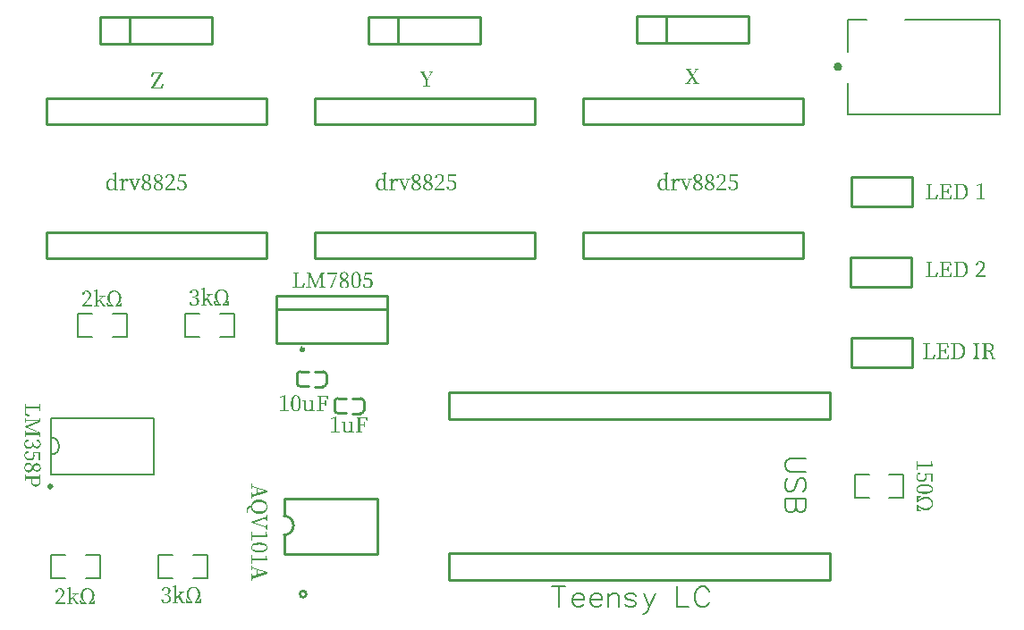
<source format=gto>
G04 Layer: TopSilkscreenLayer*
G04 EasyEDA v6.5.23, 2023-05-22 12:01:23*
G04 2ef3873b6a8849e1a700537b5c5aa0b8,043974f40ccd47e6b80d377579d0ea0a,10*
G04 Gerber Generator version 0.2*
G04 Scale: 100 percent, Rotated: No, Reflected: No *
G04 Dimensions in millimeters *
G04 leading zeros omitted , absolute positions ,4 integer and 5 decimal *
%FSLAX45Y45*%
%MOMM*%

%ADD10C,0.2032*%
%ADD11C,0.1524*%
%ADD12C,0.2540*%
%ADD13C,0.1270*%
%ADD14C,0.4001*%
%ADD15C,0.3000*%
%ADD16C,0.0184*%

%LPD*%
G36*
X10134600Y2510536D02*
G01*
X10134600Y2428494D01*
X10141458Y2428494D01*
X10146030Y2459736D01*
X10181590Y2460244D01*
X10251440Y2460244D01*
X10283444Y2459482D01*
X10285730Y2462530D01*
X10273792Y2508250D01*
X10266172Y2508250D01*
X10268966Y2478532D01*
X10172649Y2478582D01*
X10146030Y2479040D01*
X10141458Y2510536D01*
G37*
G36*
X10162540Y2407158D02*
G01*
X10155377Y2405075D01*
X10149179Y2402027D01*
X10143896Y2398115D01*
X10139578Y2393289D01*
X10136174Y2387650D01*
X10133736Y2381148D01*
X10132314Y2373833D01*
X10131806Y2365756D01*
X10132009Y2359964D01*
X10132720Y2354478D01*
X10133787Y2349246D01*
X10135311Y2344318D01*
X10137241Y2339746D01*
X10139527Y2335428D01*
X10142220Y2331516D01*
X10145217Y2327910D01*
X10148620Y2324709D01*
X10152329Y2321864D01*
X10156342Y2319426D01*
X10160609Y2317394D01*
X10165232Y2315768D01*
X10170109Y2314651D01*
X10175189Y2313940D01*
X10180574Y2313686D01*
X10187736Y2314092D01*
X10194340Y2315311D01*
X10200436Y2317242D01*
X10205923Y2319883D01*
X10210800Y2323236D01*
X10215067Y2327198D01*
X10218775Y2331720D01*
X10221772Y2336850D01*
X10224211Y2342489D01*
X10225887Y2348636D01*
X10226954Y2355240D01*
X10227310Y2362200D01*
X10227106Y2368143D01*
X10226497Y2373782D01*
X10225481Y2379319D01*
X10224008Y2384806D01*
X10266172Y2382012D01*
X10266172Y2317750D01*
X10283444Y2317750D01*
X10283444Y2390648D01*
X10214102Y2395220D01*
X10212324Y2389632D01*
X10213644Y2384247D01*
X10214610Y2378862D01*
X10215168Y2373528D01*
X10215372Y2368296D01*
X10215118Y2363114D01*
X10214305Y2358288D01*
X10212933Y2353818D01*
X10211104Y2349703D01*
X10208717Y2346045D01*
X10205872Y2342794D01*
X10202468Y2339949D01*
X10198658Y2337612D01*
X10194391Y2335733D01*
X10189616Y2334361D01*
X10184434Y2333548D01*
X10178796Y2333244D01*
X10173106Y2333498D01*
X10167823Y2334209D01*
X10162895Y2335428D01*
X10158425Y2337155D01*
X10154310Y2339340D01*
X10150703Y2341930D01*
X10147604Y2345029D01*
X10145014Y2348534D01*
X10142931Y2352548D01*
X10141407Y2356916D01*
X10140492Y2361793D01*
X10140188Y2367026D01*
X10140340Y2370582D01*
X10141356Y2377541D01*
X10142220Y2380996D01*
X10155682Y2384552D01*
X10162489Y2386685D01*
X10166756Y2389225D01*
X10168991Y2392426D01*
X10169652Y2396744D01*
X10169194Y2400147D01*
X10167924Y2403094D01*
X10165689Y2405481D01*
G37*
G36*
X10210292Y2295144D02*
G01*
X10199928Y2294890D01*
X10190378Y2294128D01*
X10181640Y2292858D01*
X10173716Y2291181D01*
X10166553Y2289048D01*
X10160101Y2286558D01*
X10154412Y2283764D01*
X10149433Y2280615D01*
X10145115Y2277160D01*
X10141458Y2273503D01*
X10138410Y2269642D01*
X10135971Y2265578D01*
X10134092Y2261362D01*
X10132822Y2257044D01*
X10132060Y2252624D01*
X10131806Y2248154D01*
X10140188Y2248154D01*
X10140340Y2250795D01*
X10140899Y2253386D01*
X10141915Y2255926D01*
X10143337Y2258415D01*
X10145268Y2260752D01*
X10147706Y2262987D01*
X10150754Y2265121D01*
X10154361Y2267102D01*
X10158679Y2268880D01*
X10163657Y2270506D01*
X10169398Y2271877D01*
X10175849Y2273096D01*
X10183164Y2274062D01*
X10191292Y2274722D01*
X10200335Y2275179D01*
X10210292Y2275332D01*
X10222839Y2275078D01*
X10233812Y2274316D01*
X10243312Y2273096D01*
X10251440Y2271471D01*
X10258298Y2269439D01*
X10263936Y2267102D01*
X10268508Y2264410D01*
X10272014Y2261514D01*
X10274604Y2258415D01*
X10276332Y2255113D01*
X10277297Y2251659D01*
X10277602Y2248154D01*
X10277297Y2244750D01*
X10276332Y2241448D01*
X10274604Y2238248D01*
X10272014Y2235200D01*
X10268508Y2232406D01*
X10263936Y2229815D01*
X10258298Y2227529D01*
X10251440Y2225548D01*
X10243312Y2223922D01*
X10233812Y2222754D01*
X10222839Y2221992D01*
X10210292Y2221738D01*
X10197287Y2221992D01*
X10185857Y2222754D01*
X10176002Y2223922D01*
X10167518Y2225548D01*
X10160355Y2227529D01*
X10154462Y2229815D01*
X10149738Y2232406D01*
X10146080Y2235200D01*
X10143337Y2238248D01*
X10141559Y2241448D01*
X10140492Y2244750D01*
X10140188Y2248154D01*
X10131806Y2248154D01*
X10132060Y2243785D01*
X10132822Y2239467D01*
X10134092Y2235200D01*
X10135971Y2231034D01*
X10138410Y2227021D01*
X10141458Y2223160D01*
X10145115Y2219553D01*
X10149433Y2216150D01*
X10154412Y2213051D01*
X10160101Y2210206D01*
X10166553Y2207768D01*
X10173716Y2205634D01*
X10181640Y2203958D01*
X10190378Y2202688D01*
X10199928Y2201926D01*
X10210292Y2201672D01*
X10220299Y2201926D01*
X10229545Y2202688D01*
X10237978Y2203958D01*
X10245648Y2205634D01*
X10252608Y2207768D01*
X10258856Y2210206D01*
X10264394Y2213051D01*
X10269270Y2216150D01*
X10273487Y2219553D01*
X10277043Y2223160D01*
X10280040Y2227021D01*
X10282428Y2231034D01*
X10284206Y2235200D01*
X10285476Y2239467D01*
X10286238Y2243785D01*
X10286492Y2248154D01*
X10286238Y2252624D01*
X10285476Y2257044D01*
X10284206Y2261362D01*
X10282428Y2265578D01*
X10280040Y2269642D01*
X10277043Y2273503D01*
X10273487Y2277160D01*
X10269270Y2280615D01*
X10264394Y2283764D01*
X10258856Y2286558D01*
X10252608Y2289048D01*
X10245648Y2291181D01*
X10237978Y2292858D01*
X10229545Y2294128D01*
X10220299Y2294890D01*
G37*
G36*
X10172446Y2183638D02*
G01*
X10134600Y2181352D01*
X10134600Y2121916D01*
X10148316Y2121916D01*
X10152684Y2126945D01*
X10157460Y2131669D01*
X10162540Y2135987D01*
X10167924Y2139950D01*
X10173614Y2143506D01*
X10179608Y2146604D01*
X10185806Y2149297D01*
X10192207Y2151583D01*
X10198811Y2153361D01*
X10205567Y2154631D01*
X10212425Y2155444D01*
X10219436Y2155698D01*
X10225481Y2155494D01*
X10231323Y2154936D01*
X10236962Y2153970D01*
X10242296Y2152700D01*
X10247376Y2151024D01*
X10252151Y2148992D01*
X10256621Y2146655D01*
X10260685Y2143963D01*
X10264394Y2140915D01*
X10267645Y2137613D01*
X10270540Y2133955D01*
X10272928Y2129993D01*
X10274808Y2125726D01*
X10276179Y2121204D01*
X10277043Y2116328D01*
X10277348Y2111248D01*
X10277043Y2106168D01*
X10276179Y2101291D01*
X10274808Y2096770D01*
X10272928Y2092502D01*
X10270540Y2088540D01*
X10267645Y2084882D01*
X10264394Y2081580D01*
X10260685Y2078532D01*
X10256621Y2075840D01*
X10252151Y2073503D01*
X10247376Y2071471D01*
X10242296Y2069795D01*
X10236962Y2068525D01*
X10231323Y2067560D01*
X10225481Y2067001D01*
X10219436Y2066798D01*
X10212425Y2067052D01*
X10205567Y2067864D01*
X10198811Y2069134D01*
X10192207Y2070912D01*
X10185806Y2073198D01*
X10179608Y2075891D01*
X10173614Y2079040D01*
X10167924Y2082647D01*
X10162540Y2086610D01*
X10157460Y2090978D01*
X10152684Y2095754D01*
X10148316Y2100834D01*
X10134600Y2100834D01*
X10134600Y2040889D01*
X10172446Y2038857D01*
X10172446Y2050288D01*
X10150348Y2055622D01*
X10150348Y2087118D01*
X10154564Y2081530D01*
X10159136Y2076145D01*
X10163962Y2071065D01*
X10169093Y2066340D01*
X10174528Y2062022D01*
X10180218Y2058111D01*
X10186162Y2054656D01*
X10192359Y2051761D01*
X10198811Y2049373D01*
X10205466Y2047646D01*
X10212374Y2046579D01*
X10219436Y2046224D01*
X10225836Y2046427D01*
X10231932Y2047087D01*
X10237724Y2048205D01*
X10243261Y2049678D01*
X10248442Y2051507D01*
X10253319Y2053742D01*
X10257840Y2056282D01*
X10262108Y2059178D01*
X10266019Y2062327D01*
X10269626Y2065782D01*
X10272877Y2069490D01*
X10275824Y2073452D01*
X10278414Y2077618D01*
X10280650Y2081987D01*
X10282580Y2086508D01*
X10284155Y2091232D01*
X10285425Y2096058D01*
X10286288Y2101037D01*
X10286796Y2106117D01*
X10287000Y2111248D01*
X10286796Y2116378D01*
X10286288Y2121458D01*
X10285425Y2126437D01*
X10284155Y2131263D01*
X10282580Y2135987D01*
X10280650Y2140508D01*
X10278414Y2144877D01*
X10275824Y2149043D01*
X10272877Y2153005D01*
X10269626Y2156714D01*
X10266019Y2160168D01*
X10262108Y2163318D01*
X10257840Y2166213D01*
X10253319Y2168753D01*
X10248442Y2170988D01*
X10243261Y2172817D01*
X10237724Y2174290D01*
X10231932Y2175408D01*
X10225836Y2176068D01*
X10219436Y2176272D01*
X10212273Y2175916D01*
X10205313Y2174798D01*
X10198608Y2173071D01*
X10192156Y2170684D01*
X10185958Y2167737D01*
X10180015Y2164283D01*
X10174376Y2160320D01*
X10168991Y2155952D01*
X10163911Y2151176D01*
X10159085Y2146096D01*
X10154564Y2140712D01*
X10150348Y2135124D01*
X10150348Y2166874D01*
X10172446Y2172208D01*
G37*
G36*
X10747502Y5142230D02*
G01*
X10701782Y5130292D01*
X10701782Y5122672D01*
X10731500Y5125466D01*
X10731449Y5029149D01*
X10730992Y5002530D01*
X10699242Y4997958D01*
X10699242Y4991100D01*
X10781284Y4991100D01*
X10781284Y4997958D01*
X10750042Y5002530D01*
X10749838Y5020208D01*
X10749788Y5107940D01*
X10750550Y5139944D01*
G37*
G36*
X10220706Y5139944D02*
G01*
X10220706Y5132324D01*
X10241534Y5130038D01*
X10241788Y5093309D01*
X10241534Y5001006D01*
X10220706Y4998720D01*
X10220706Y4991100D01*
X10331196Y4991100D01*
X10332720Y5033010D01*
X10321036Y5033010D01*
X10313924Y5000752D01*
X10262616Y5000752D01*
X10262209Y5022342D01*
X10262108Y5085943D01*
X10262311Y5115356D01*
X10262616Y5130038D01*
X10283444Y5132324D01*
X10283444Y5139944D01*
G37*
G36*
X10348722Y5139944D02*
G01*
X10348722Y5132324D01*
X10369550Y5130038D01*
X10369804Y5093258D01*
X10369550Y5001006D01*
X10348722Y4998720D01*
X10348722Y4991100D01*
X10463276Y4991100D01*
X10464546Y5030724D01*
X10453624Y5030724D01*
X10447782Y5000752D01*
X10390632Y5000752D01*
X10390174Y5030774D01*
X10390124Y5062474D01*
X10423906Y5062474D01*
X10426954Y5040884D01*
X10436098Y5040884D01*
X10436098Y5093208D01*
X10426954Y5093208D01*
X10423652Y5071364D01*
X10390124Y5071364D01*
X10390225Y5108448D01*
X10390632Y5130292D01*
X10443464Y5130292D01*
X10449306Y5100828D01*
X10460228Y5100828D01*
X10459212Y5139944D01*
G37*
G36*
X10482834Y5139944D02*
G01*
X10482834Y5132324D01*
X10503662Y5130038D01*
X10503916Y5093106D01*
X10503916Y5046421D01*
X10524236Y5046421D01*
X10524337Y5108854D01*
X10524744Y5131308D01*
X10544048Y5131308D01*
X10550194Y5131054D01*
X10556036Y5130241D01*
X10561472Y5128920D01*
X10566552Y5127040D01*
X10571276Y5124704D01*
X10575594Y5121808D01*
X10579557Y5118404D01*
X10583113Y5114493D01*
X10586313Y5110124D01*
X10589056Y5105196D01*
X10591444Y5099812D01*
X10593374Y5093919D01*
X10594898Y5087518D01*
X10596016Y5080660D01*
X10596676Y5073345D01*
X10596880Y5065522D01*
X10596676Y5057952D01*
X10596016Y5050840D01*
X10594898Y5044084D01*
X10593324Y5037836D01*
X10591393Y5031994D01*
X10588955Y5026609D01*
X10586161Y5021681D01*
X10582910Y5017211D01*
X10579252Y5013248D01*
X10575188Y5009794D01*
X10570718Y5006848D01*
X10565790Y5004409D01*
X10560507Y5002479D01*
X10554817Y5001107D01*
X10548721Y5000294D01*
X10542270Y4999990D01*
X10524744Y4999990D01*
X10524236Y5046421D01*
X10503916Y5046421D01*
X10503662Y5001006D01*
X10482834Y4998720D01*
X10482834Y4991100D01*
X10543540Y4991100D01*
X10550093Y4991303D01*
X10556494Y4991912D01*
X10562640Y4992878D01*
X10568584Y4994249D01*
X10574223Y4996027D01*
X10579658Y4998161D01*
X10584789Y5000650D01*
X10589666Y5003546D01*
X10594187Y5006797D01*
X10598454Y5010404D01*
X10602315Y5014366D01*
X10605871Y5018684D01*
X10609072Y5023358D01*
X10611866Y5028387D01*
X10614304Y5033772D01*
X10616285Y5039461D01*
X10617911Y5045456D01*
X10619028Y5051856D01*
X10619740Y5058511D01*
X10619994Y5065522D01*
X10619790Y5072583D01*
X10619130Y5079288D01*
X10618063Y5085638D01*
X10616641Y5091684D01*
X10614812Y5097424D01*
X10612577Y5102758D01*
X10609986Y5107787D01*
X10607040Y5112461D01*
X10603738Y5116779D01*
X10600080Y5120741D01*
X10596118Y5124348D01*
X10591850Y5127548D01*
X10587278Y5130444D01*
X10582402Y5132933D01*
X10577220Y5135067D01*
X10571835Y5136794D01*
X10566146Y5138166D01*
X10560202Y5139131D01*
X10554004Y5139740D01*
X10547604Y5139944D01*
G37*
G36*
X10737342Y4406392D02*
G01*
X10731855Y4406138D01*
X10726572Y4405477D01*
X10721441Y4404309D01*
X10716615Y4402683D01*
X10712043Y4400550D01*
X10707827Y4398010D01*
X10704017Y4394962D01*
X10700664Y4391507D01*
X10697819Y4387545D01*
X10695482Y4383125D01*
X10693755Y4378198D01*
X10692638Y4372864D01*
X10694619Y4370070D01*
X10697108Y4367936D01*
X10700054Y4366514D01*
X10703306Y4366006D01*
X10707319Y4366768D01*
X10710621Y4369155D01*
X10713364Y4373524D01*
X10715498Y4379976D01*
X10720070Y4396232D01*
X10726521Y4397400D01*
X10732008Y4397756D01*
X10738002Y4397197D01*
X10743336Y4395470D01*
X10747959Y4392726D01*
X10751870Y4389018D01*
X10755020Y4384446D01*
X10757306Y4379010D01*
X10758728Y4372864D01*
X10759186Y4366006D01*
X10758982Y4361586D01*
X10758322Y4357116D01*
X10757255Y4352696D01*
X10755731Y4348175D01*
X10753801Y4343552D01*
X10751413Y4338878D01*
X10748568Y4334002D01*
X10745266Y4328972D01*
X10737291Y4318304D01*
X10727436Y4306570D01*
X10693654Y4268216D01*
X10693654Y4254500D01*
X10785094Y4254500D01*
X10785094Y4271772D01*
X10707878Y4271772D01*
X10734040Y4298696D01*
X10748924Y4314494D01*
X10760405Y4327601D01*
X10765028Y4333341D01*
X10768888Y4338675D01*
X10772038Y4343704D01*
X10774527Y4348480D01*
X10776458Y4353102D01*
X10777728Y4357674D01*
X10778490Y4362297D01*
X10778744Y4367022D01*
X10778490Y4372660D01*
X10777677Y4377944D01*
X10776305Y4382922D01*
X10774375Y4387494D01*
X10771886Y4391660D01*
X10768787Y4395368D01*
X10765129Y4398619D01*
X10760811Y4401312D01*
X10755934Y4403496D01*
X10750397Y4405071D01*
X10744200Y4406036D01*
G37*
G36*
X10220706Y4403344D02*
G01*
X10220706Y4395724D01*
X10241534Y4393438D01*
X10241788Y4356709D01*
X10241534Y4264406D01*
X10220706Y4262120D01*
X10220706Y4254500D01*
X10331196Y4254500D01*
X10332720Y4296410D01*
X10321036Y4296410D01*
X10313924Y4264152D01*
X10262616Y4264152D01*
X10262209Y4285742D01*
X10262108Y4349343D01*
X10262311Y4378756D01*
X10262616Y4393438D01*
X10283444Y4395724D01*
X10283444Y4403344D01*
G37*
G36*
X10348722Y4403344D02*
G01*
X10348722Y4395724D01*
X10369550Y4393438D01*
X10369804Y4356658D01*
X10369550Y4264406D01*
X10348722Y4262120D01*
X10348722Y4254500D01*
X10463276Y4254500D01*
X10464546Y4294124D01*
X10453624Y4294124D01*
X10447782Y4264152D01*
X10390632Y4264152D01*
X10390174Y4294174D01*
X10390124Y4325874D01*
X10423906Y4325874D01*
X10426954Y4304284D01*
X10436098Y4304284D01*
X10436098Y4356608D01*
X10426954Y4356608D01*
X10423652Y4334764D01*
X10390124Y4334764D01*
X10390225Y4371848D01*
X10390632Y4393692D01*
X10443464Y4393692D01*
X10449306Y4364228D01*
X10460228Y4364228D01*
X10459212Y4403344D01*
G37*
G36*
X10482834Y4403344D02*
G01*
X10482834Y4395724D01*
X10503662Y4393438D01*
X10503916Y4356506D01*
X10503916Y4309821D01*
X10524236Y4309821D01*
X10524337Y4372254D01*
X10524744Y4394708D01*
X10544048Y4394708D01*
X10550194Y4394454D01*
X10556036Y4393641D01*
X10561472Y4392320D01*
X10566552Y4390440D01*
X10571276Y4388104D01*
X10575594Y4385208D01*
X10579557Y4381804D01*
X10583113Y4377893D01*
X10586313Y4373524D01*
X10589056Y4368596D01*
X10591444Y4363212D01*
X10593374Y4357319D01*
X10594898Y4350918D01*
X10596016Y4344060D01*
X10596676Y4336745D01*
X10596880Y4328922D01*
X10596676Y4321352D01*
X10596016Y4314240D01*
X10594898Y4307484D01*
X10593324Y4301236D01*
X10591393Y4295394D01*
X10588955Y4290009D01*
X10586161Y4285081D01*
X10582910Y4280611D01*
X10579252Y4276648D01*
X10575188Y4273194D01*
X10570718Y4270248D01*
X10565790Y4267809D01*
X10560507Y4265879D01*
X10554817Y4264507D01*
X10548721Y4263694D01*
X10542270Y4263390D01*
X10524744Y4263390D01*
X10524236Y4309821D01*
X10503916Y4309821D01*
X10503662Y4264406D01*
X10482834Y4262120D01*
X10482834Y4254500D01*
X10543540Y4254500D01*
X10550093Y4254703D01*
X10556494Y4255312D01*
X10562640Y4256278D01*
X10568584Y4257649D01*
X10574223Y4259427D01*
X10579658Y4261561D01*
X10584789Y4264050D01*
X10589666Y4266946D01*
X10594187Y4270197D01*
X10598454Y4273804D01*
X10602315Y4277766D01*
X10605871Y4282084D01*
X10609072Y4286758D01*
X10611866Y4291787D01*
X10614304Y4297172D01*
X10616285Y4302861D01*
X10617911Y4308856D01*
X10619028Y4315256D01*
X10619740Y4321911D01*
X10619994Y4328922D01*
X10619790Y4335983D01*
X10619130Y4342688D01*
X10618063Y4349038D01*
X10616641Y4355084D01*
X10614812Y4360824D01*
X10612577Y4366158D01*
X10609986Y4371187D01*
X10607040Y4375861D01*
X10603738Y4380179D01*
X10600080Y4384141D01*
X10596118Y4387748D01*
X10591850Y4390948D01*
X10587278Y4393844D01*
X10582402Y4396333D01*
X10577220Y4398467D01*
X10571835Y4400194D01*
X10566146Y4401566D01*
X10560202Y4402531D01*
X10554004Y4403140D01*
X10547604Y4403344D01*
G37*
G36*
X10195306Y3628644D02*
G01*
X10195306Y3621024D01*
X10216134Y3618737D01*
X10216388Y3582009D01*
X10216134Y3489706D01*
X10195306Y3487420D01*
X10195306Y3479800D01*
X10305796Y3479800D01*
X10307320Y3521710D01*
X10295636Y3521710D01*
X10288524Y3489451D01*
X10237216Y3489451D01*
X10236809Y3511042D01*
X10236708Y3574643D01*
X10236911Y3604056D01*
X10237216Y3618737D01*
X10258044Y3621024D01*
X10258044Y3628644D01*
G37*
G36*
X10323322Y3628644D02*
G01*
X10323322Y3621024D01*
X10344150Y3618737D01*
X10344404Y3581958D01*
X10344150Y3489706D01*
X10323322Y3487420D01*
X10323322Y3479800D01*
X10437876Y3479800D01*
X10439146Y3519424D01*
X10428224Y3519424D01*
X10422382Y3489451D01*
X10365232Y3489451D01*
X10364774Y3519474D01*
X10364724Y3551174D01*
X10398506Y3551174D01*
X10401554Y3529584D01*
X10410698Y3529584D01*
X10410698Y3581908D01*
X10401554Y3581908D01*
X10398252Y3560064D01*
X10364724Y3560064D01*
X10364825Y3597148D01*
X10365232Y3618992D01*
X10418064Y3618992D01*
X10423906Y3589528D01*
X10434828Y3589528D01*
X10433812Y3628644D01*
G37*
G36*
X10457434Y3628644D02*
G01*
X10457434Y3621024D01*
X10478262Y3618737D01*
X10478516Y3581806D01*
X10478516Y3535121D01*
X10498836Y3535121D01*
X10498937Y3597554D01*
X10499344Y3620008D01*
X10518648Y3620008D01*
X10524794Y3619754D01*
X10530636Y3618941D01*
X10536072Y3617620D01*
X10541152Y3615740D01*
X10545876Y3613404D01*
X10550194Y3610508D01*
X10554157Y3607104D01*
X10557713Y3603193D01*
X10560913Y3598824D01*
X10563656Y3593896D01*
X10566044Y3588512D01*
X10567974Y3582619D01*
X10569498Y3576218D01*
X10570616Y3569360D01*
X10571276Y3562045D01*
X10571480Y3554222D01*
X10571276Y3546652D01*
X10570616Y3539540D01*
X10569498Y3532784D01*
X10567924Y3526536D01*
X10565993Y3520694D01*
X10563555Y3515309D01*
X10560761Y3510381D01*
X10557510Y3505911D01*
X10553852Y3501948D01*
X10549788Y3498494D01*
X10545318Y3495548D01*
X10540390Y3493109D01*
X10535107Y3491179D01*
X10529417Y3489807D01*
X10523321Y3488994D01*
X10516870Y3488690D01*
X10499344Y3488690D01*
X10498836Y3535121D01*
X10478516Y3535121D01*
X10478262Y3489706D01*
X10457434Y3487420D01*
X10457434Y3479800D01*
X10518140Y3479800D01*
X10524693Y3480003D01*
X10531094Y3480612D01*
X10537240Y3481578D01*
X10543184Y3482949D01*
X10548823Y3484727D01*
X10554258Y3486861D01*
X10559389Y3489350D01*
X10564266Y3492246D01*
X10568787Y3495497D01*
X10573054Y3499104D01*
X10576915Y3503066D01*
X10580471Y3507384D01*
X10583672Y3512058D01*
X10586466Y3517087D01*
X10588904Y3522472D01*
X10590885Y3528161D01*
X10592511Y3534156D01*
X10593628Y3540556D01*
X10594340Y3547211D01*
X10594594Y3554222D01*
X10594390Y3561283D01*
X10593730Y3567988D01*
X10592663Y3574338D01*
X10591241Y3580384D01*
X10589412Y3586124D01*
X10587177Y3591458D01*
X10584586Y3596487D01*
X10581640Y3601161D01*
X10578338Y3605479D01*
X10574680Y3609441D01*
X10570718Y3613048D01*
X10566450Y3616248D01*
X10561878Y3619144D01*
X10557002Y3621633D01*
X10551820Y3623767D01*
X10546435Y3625494D01*
X10540746Y3626865D01*
X10534802Y3627831D01*
X10528604Y3628440D01*
X10522204Y3628644D01*
G37*
G36*
X10667238Y3628644D02*
G01*
X10667238Y3621024D01*
X10687812Y3618737D01*
X10688269Y3589324D01*
X10688269Y3526434D01*
X10687812Y3489706D01*
X10667238Y3487420D01*
X10667238Y3479800D01*
X10729722Y3479800D01*
X10729722Y3487420D01*
X10709148Y3489960D01*
X10708690Y3519271D01*
X10708690Y3582009D01*
X10709148Y3618737D01*
X10729722Y3621024D01*
X10729722Y3628644D01*
G37*
G36*
X10749788Y3628644D02*
G01*
X10749788Y3621024D01*
X10770362Y3618737D01*
X10770819Y3589324D01*
X10770870Y3557778D01*
X10791190Y3557778D01*
X10791444Y3620008D01*
X10810748Y3620008D01*
X10818926Y3619500D01*
X10825937Y3618026D01*
X10831779Y3615537D01*
X10836554Y3612184D01*
X10840161Y3607866D01*
X10842752Y3602736D01*
X10844276Y3596792D01*
X10844784Y3590036D01*
X10844225Y3583330D01*
X10842599Y3577183D01*
X10839805Y3571697D01*
X10835944Y3566972D01*
X10830966Y3563112D01*
X10824870Y3560216D01*
X10817606Y3558387D01*
X10809224Y3557778D01*
X10770870Y3557778D01*
X10770768Y3511702D01*
X10770362Y3489706D01*
X10749788Y3487420D01*
X10749788Y3479800D01*
X10812272Y3479800D01*
X10812272Y3487420D01*
X10791444Y3489960D01*
X10791190Y3549396D01*
X10802874Y3549396D01*
X10809325Y3549192D01*
X10814812Y3548481D01*
X10819434Y3547160D01*
X10823295Y3545078D01*
X10826546Y3542131D01*
X10829188Y3538270D01*
X10831322Y3533241D01*
X10833100Y3527044D01*
X10842244Y3491737D01*
X10844936Y3485134D01*
X10849356Y3480714D01*
X10855909Y3478276D01*
X10864850Y3477514D01*
X10869777Y3477666D01*
X10874298Y3478072D01*
X10878362Y3478784D01*
X10881868Y3479800D01*
X10881868Y3487420D01*
X10864596Y3489198D01*
X10854182Y3523996D01*
X10852150Y3530041D01*
X10849813Y3535273D01*
X10847171Y3539693D01*
X10844174Y3543452D01*
X10840770Y3546500D01*
X10836859Y3548938D01*
X10832439Y3550818D01*
X10827512Y3552190D01*
X10833608Y3553510D01*
X10839145Y3555237D01*
X10844174Y3557422D01*
X10848695Y3559962D01*
X10852658Y3562858D01*
X10856061Y3566058D01*
X10859008Y3569512D01*
X10861395Y3573221D01*
X10863224Y3577132D01*
X10864545Y3581196D01*
X10865358Y3585464D01*
X10865612Y3589782D01*
X10865205Y3595725D01*
X10863986Y3601212D01*
X10862005Y3606241D01*
X10859211Y3610813D01*
X10855706Y3614877D01*
X10851489Y3618433D01*
X10846562Y3621532D01*
X10840923Y3624021D01*
X10834624Y3626053D01*
X10827715Y3627475D01*
X10820146Y3628339D01*
X10812018Y3628644D01*
G37*
G36*
X3835400Y2297176D02*
G01*
X3835400Y2247392D01*
X3843020Y2247392D01*
X3846068Y2269236D01*
X3884676Y2256536D01*
X3884676Y2253488D01*
X3893565Y2253488D01*
X3962654Y2230882D01*
X3893565Y2207768D01*
X3893565Y2253488D01*
X3884676Y2253488D01*
X3884676Y2204720D01*
X3845814Y2191766D01*
X3843020Y2213864D01*
X3835400Y2213864D01*
X3835400Y2153158D01*
X3843020Y2153158D01*
X3845051Y2170684D01*
X3985260Y2218690D01*
X3985260Y2231644D01*
X3846068Y2278888D01*
X3843020Y2297176D01*
G37*
G36*
X3910076Y2148332D02*
G01*
X3901795Y2148027D01*
X3893972Y2147163D01*
X3886606Y2145690D01*
X3879697Y2143760D01*
X3873195Y2141321D01*
X3867200Y2138426D01*
X3861612Y2135124D01*
X3856532Y2131415D01*
X3851910Y2127351D01*
X3847795Y2122932D01*
X3844086Y2118258D01*
X3840937Y2113280D01*
X3838244Y2108098D01*
X3836009Y2102713D01*
X3834333Y2097125D01*
X3833114Y2091436D01*
X3827119Y2091029D01*
X3821277Y2090013D01*
X3815740Y2088388D01*
X3810558Y2086203D01*
X3805732Y2083460D01*
X3801562Y2080260D01*
X3841750Y2080260D01*
X3842105Y2085898D01*
X3843223Y2091080D01*
X3845051Y2095957D01*
X3847439Y2100376D01*
X3850487Y2104491D01*
X3854043Y2108200D01*
X3858158Y2111502D01*
X3862679Y2114499D01*
X3867607Y2117090D01*
X3872941Y2119325D01*
X3878579Y2121204D01*
X3884523Y2122779D01*
X3890670Y2123948D01*
X3897020Y2124811D01*
X3903472Y2125319D01*
X3910076Y2125472D01*
X3916578Y2125319D01*
X3922979Y2124811D01*
X3929278Y2123948D01*
X3935374Y2122779D01*
X3941267Y2121204D01*
X3946906Y2119325D01*
X3952189Y2117090D01*
X3957167Y2114499D01*
X3961688Y2111502D01*
X3965803Y2108200D01*
X3969359Y2104491D01*
X3972407Y2100376D01*
X3974846Y2095957D01*
X3976674Y2091080D01*
X3977741Y2085898D01*
X3978148Y2080260D01*
X3977741Y2074672D01*
X3976674Y2069439D01*
X3974846Y2064664D01*
X3972407Y2060244D01*
X3969359Y2056231D01*
X3965803Y2052574D01*
X3961688Y2049322D01*
X3957167Y2046427D01*
X3952189Y2043887D01*
X3946906Y2041702D01*
X3941267Y2039874D01*
X3935374Y2038400D01*
X3929278Y2037232D01*
X3922979Y2036470D01*
X3916578Y2035962D01*
X3910076Y2035810D01*
X3903472Y2035962D01*
X3897020Y2036470D01*
X3890670Y2037232D01*
X3884523Y2038400D01*
X3878579Y2039874D01*
X3872941Y2041702D01*
X3867607Y2043887D01*
X3862679Y2046427D01*
X3858158Y2049322D01*
X3854043Y2052574D01*
X3850487Y2056231D01*
X3847439Y2060244D01*
X3845051Y2064664D01*
X3843223Y2069439D01*
X3842105Y2074672D01*
X3841750Y2080260D01*
X3801562Y2080260D01*
X3797503Y2076246D01*
X3794201Y2071776D01*
X3791559Y2066696D01*
X3789578Y2061108D01*
X3788308Y2054961D01*
X3787901Y2048256D01*
X3788359Y2041194D01*
X3789679Y2034082D01*
X3791965Y2027123D01*
X3795268Y2020824D01*
X3801364Y2023110D01*
X3799078Y2032355D01*
X3798519Y2036419D01*
X3798315Y2040128D01*
X3798874Y2047036D01*
X3800601Y2053132D01*
X3803396Y2058517D01*
X3807307Y2063038D01*
X3812235Y2066645D01*
X3818128Y2069287D01*
X3825036Y2071014D01*
X3832860Y2071624D01*
X3833672Y2066950D01*
X3834790Y2062327D01*
X3836314Y2057806D01*
X3838143Y2053386D01*
X3840327Y2049119D01*
X3842816Y2045004D01*
X3845661Y2041042D01*
X3848862Y2037283D01*
X3852316Y2033727D01*
X3856126Y2030323D01*
X3860241Y2027224D01*
X3864660Y2024380D01*
X3869334Y2021789D01*
X3874363Y2019452D01*
X3879596Y2017471D01*
X3885184Y2015794D01*
X3891026Y2014474D01*
X3897122Y2013508D01*
X3903472Y2012899D01*
X3910076Y2012696D01*
X3917391Y2012950D01*
X3924401Y2013661D01*
X3931056Y2014829D01*
X3937355Y2016404D01*
X3943350Y2018385D01*
X3948937Y2020773D01*
X3954170Y2023465D01*
X3959047Y2026513D01*
X3963568Y2029866D01*
X3967683Y2033524D01*
X3971442Y2037435D01*
X3974846Y2041550D01*
X3977843Y2045919D01*
X3980484Y2050440D01*
X3982669Y2055114D01*
X3984498Y2059990D01*
X3985971Y2064918D01*
X3986987Y2069998D01*
X3987596Y2075078D01*
X3987800Y2080260D01*
X3987596Y2085492D01*
X3986936Y2090674D01*
X3985869Y2095804D01*
X3984396Y2100783D01*
X3982516Y2105660D01*
X3980230Y2110435D01*
X3977538Y2115007D01*
X3974490Y2119376D01*
X3971036Y2123541D01*
X3967226Y2127453D01*
X3963060Y2131110D01*
X3958488Y2134463D01*
X3953611Y2137511D01*
X3948379Y2140254D01*
X3942791Y2142642D01*
X3936898Y2144623D01*
X3930650Y2146198D01*
X3924096Y2147366D01*
X3917238Y2148078D01*
G37*
G36*
X3976624Y2007362D02*
G01*
X3974846Y1990343D01*
X3833876Y1938528D01*
X3833876Y1929130D01*
X3974084Y1882393D01*
X3976878Y1863089D01*
X3984244Y1863089D01*
X3984244Y1914143D01*
X3975862Y1914143D01*
X3973829Y1893570D01*
X3862070Y1929638D01*
X3974084Y1968754D01*
X3975862Y1946910D01*
X3984244Y1946910D01*
X3984244Y2007362D01*
G37*
G36*
X3835400Y1844039D02*
G01*
X3835400Y1761998D01*
X3842258Y1761998D01*
X3846829Y1793239D01*
X3882390Y1793748D01*
X3952240Y1793748D01*
X3984244Y1792986D01*
X3986529Y1796034D01*
X3974592Y1841754D01*
X3966972Y1841754D01*
X3969765Y1812036D01*
X3873449Y1812086D01*
X3846829Y1812543D01*
X3842258Y1844039D01*
G37*
G36*
X3911092Y1740154D02*
G01*
X3900728Y1739900D01*
X3891178Y1739138D01*
X3882440Y1737868D01*
X3874515Y1736191D01*
X3867353Y1734057D01*
X3860901Y1731568D01*
X3855212Y1728774D01*
X3850233Y1725625D01*
X3845915Y1722170D01*
X3842258Y1718513D01*
X3839210Y1714652D01*
X3836771Y1710588D01*
X3834892Y1706372D01*
X3833622Y1702054D01*
X3832860Y1697634D01*
X3832606Y1693164D01*
X3840987Y1693164D01*
X3841140Y1695805D01*
X3841699Y1698396D01*
X3842715Y1700936D01*
X3844137Y1703425D01*
X3846068Y1705762D01*
X3848506Y1707997D01*
X3851554Y1710131D01*
X3855161Y1712112D01*
X3859479Y1713890D01*
X3864457Y1715516D01*
X3870198Y1716887D01*
X3876649Y1718106D01*
X3883964Y1719072D01*
X3892092Y1719732D01*
X3901135Y1720189D01*
X3911092Y1720342D01*
X3923639Y1720088D01*
X3934612Y1719325D01*
X3944112Y1718106D01*
X3952240Y1716481D01*
X3959098Y1714449D01*
X3964736Y1712112D01*
X3969308Y1709420D01*
X3972814Y1706524D01*
X3975404Y1703425D01*
X3977132Y1700123D01*
X3978097Y1696669D01*
X3978401Y1693164D01*
X3978097Y1689760D01*
X3977132Y1686458D01*
X3975404Y1683257D01*
X3972814Y1680210D01*
X3969308Y1677416D01*
X3964736Y1674825D01*
X3959098Y1672539D01*
X3952240Y1670557D01*
X3944112Y1668932D01*
X3934612Y1667764D01*
X3923639Y1667002D01*
X3911092Y1666748D01*
X3898087Y1667002D01*
X3886657Y1667764D01*
X3876801Y1668932D01*
X3868318Y1670557D01*
X3861155Y1672539D01*
X3855262Y1674825D01*
X3850538Y1677416D01*
X3846880Y1680210D01*
X3844137Y1683257D01*
X3842359Y1686458D01*
X3841292Y1689760D01*
X3840987Y1693164D01*
X3832606Y1693164D01*
X3832860Y1688795D01*
X3833622Y1684477D01*
X3834892Y1680210D01*
X3836771Y1676095D01*
X3839210Y1672082D01*
X3842258Y1668272D01*
X3845915Y1664665D01*
X3850233Y1661312D01*
X3855212Y1658213D01*
X3860901Y1655419D01*
X3867353Y1652930D01*
X3874515Y1650847D01*
X3882440Y1649222D01*
X3891178Y1647952D01*
X3900728Y1647189D01*
X3911092Y1646936D01*
X3921099Y1647189D01*
X3930345Y1647952D01*
X3938778Y1649222D01*
X3946448Y1650898D01*
X3953408Y1652930D01*
X3959656Y1655419D01*
X3965194Y1658213D01*
X3970070Y1661312D01*
X3974287Y1664665D01*
X3977843Y1668272D01*
X3980840Y1672082D01*
X3983228Y1676095D01*
X3985006Y1680210D01*
X3986276Y1684477D01*
X3987037Y1688795D01*
X3987292Y1693164D01*
X3987037Y1697634D01*
X3986276Y1702054D01*
X3985006Y1706372D01*
X3983228Y1710588D01*
X3980840Y1714652D01*
X3977843Y1718513D01*
X3974287Y1722170D01*
X3970070Y1725625D01*
X3965194Y1728774D01*
X3959656Y1731568D01*
X3953408Y1734057D01*
X3946448Y1736191D01*
X3938778Y1737868D01*
X3930345Y1739138D01*
X3921099Y1739900D01*
G37*
G36*
X3835400Y1621028D02*
G01*
X3835400Y1538986D01*
X3842258Y1538986D01*
X3846829Y1570228D01*
X3882390Y1570736D01*
X3952240Y1570736D01*
X3984244Y1569720D01*
X3986529Y1572768D01*
X3974592Y1618488D01*
X3966972Y1618488D01*
X3969765Y1589024D01*
X3864508Y1589074D01*
X3846829Y1589278D01*
X3842258Y1621028D01*
G37*
G36*
X3835400Y1524508D02*
G01*
X3835400Y1474978D01*
X3843020Y1474978D01*
X3846068Y1496568D01*
X3884676Y1483868D01*
X3884676Y1481074D01*
X3893565Y1481074D01*
X3962654Y1458214D01*
X3893565Y1435100D01*
X3893565Y1481074D01*
X3884676Y1481074D01*
X3884676Y1432306D01*
X3845814Y1419352D01*
X3843020Y1441196D01*
X3835400Y1441196D01*
X3835400Y1380744D01*
X3843020Y1380744D01*
X3845051Y1398016D01*
X3985260Y1446022D01*
X3985260Y1458976D01*
X3846068Y1506474D01*
X3843020Y1524508D01*
G37*
G36*
X3123692Y1332992D02*
G01*
X3089402Y1323594D01*
X3089402Y1316990D01*
X3107436Y1315212D01*
X3107334Y1187094D01*
X3107182Y1177798D01*
X3089656Y1175258D01*
X3089656Y1168400D01*
X3143758Y1168400D01*
X3143758Y1175258D01*
X3126232Y1177798D01*
X3125724Y1210056D01*
X3140710Y1225042D01*
X3175254Y1168400D01*
X3205480Y1168400D01*
X3205480Y1175258D01*
X3191002Y1177290D01*
X3153410Y1237996D01*
X3179064Y1263650D01*
X3199892Y1266444D01*
X3199892Y1273810D01*
X3148584Y1273810D01*
X3148584Y1266444D01*
X3166110Y1262888D01*
X3125724Y1221486D01*
X3125724Y1299718D01*
X3126740Y1331468D01*
G37*
G36*
X3287014Y1320800D02*
G01*
X3281832Y1320596D01*
X3276752Y1320088D01*
X3271723Y1319225D01*
X3266846Y1317955D01*
X3262122Y1316380D01*
X3257550Y1314450D01*
X3253181Y1312214D01*
X3249015Y1309624D01*
X3245053Y1306677D01*
X3241344Y1303426D01*
X3237890Y1299819D01*
X3234690Y1295908D01*
X3231794Y1291640D01*
X3229254Y1287119D01*
X3227019Y1282242D01*
X3225190Y1277061D01*
X3223717Y1271524D01*
X3222599Y1265732D01*
X3221939Y1259636D01*
X3221736Y1253236D01*
X3222091Y1246073D01*
X3223209Y1239113D01*
X3224936Y1232408D01*
X3227324Y1225956D01*
X3230270Y1219758D01*
X3233724Y1213815D01*
X3237687Y1208176D01*
X3242056Y1202791D01*
X3246831Y1197711D01*
X3251911Y1192885D01*
X3257296Y1188364D01*
X3262884Y1184148D01*
X3231388Y1184148D01*
X3226054Y1206246D01*
X3214370Y1206246D01*
X3216656Y1168400D01*
X3276092Y1168400D01*
X3276092Y1182116D01*
X3271113Y1186484D01*
X3266440Y1191260D01*
X3262172Y1196340D01*
X3258261Y1201724D01*
X3254705Y1207414D01*
X3251606Y1213408D01*
X3248914Y1219606D01*
X3246678Y1226007D01*
X3244900Y1232611D01*
X3243630Y1239367D01*
X3242818Y1246225D01*
X3242564Y1253236D01*
X3242767Y1259281D01*
X3243326Y1265123D01*
X3244240Y1270762D01*
X3245561Y1276096D01*
X3247186Y1281176D01*
X3249218Y1285951D01*
X3251555Y1290421D01*
X3254197Y1294485D01*
X3257245Y1298194D01*
X3260547Y1301445D01*
X3264204Y1304340D01*
X3268167Y1306728D01*
X3272434Y1308608D01*
X3277006Y1309979D01*
X3281883Y1310843D01*
X3287014Y1311148D01*
X3292094Y1310843D01*
X3296869Y1309979D01*
X3301390Y1308608D01*
X3305606Y1306728D01*
X3309518Y1304340D01*
X3313176Y1301445D01*
X3316478Y1298194D01*
X3319475Y1294485D01*
X3322167Y1290421D01*
X3324504Y1285951D01*
X3326536Y1281176D01*
X3328212Y1276096D01*
X3329482Y1270762D01*
X3330448Y1265123D01*
X3331006Y1259281D01*
X3331210Y1253236D01*
X3330956Y1246225D01*
X3330143Y1239367D01*
X3328873Y1232611D01*
X3327095Y1226007D01*
X3324809Y1219606D01*
X3322116Y1213408D01*
X3319018Y1207414D01*
X3315462Y1201724D01*
X3311499Y1196340D01*
X3307181Y1191260D01*
X3302457Y1186484D01*
X3297428Y1182116D01*
X3297428Y1168400D01*
X3357372Y1168400D01*
X3359404Y1206246D01*
X3347720Y1206246D01*
X3342386Y1184148D01*
X3310890Y1184148D01*
X3316579Y1188364D01*
X3321964Y1192936D01*
X3327095Y1197762D01*
X3331819Y1202893D01*
X3336188Y1208328D01*
X3340150Y1214018D01*
X3343605Y1219962D01*
X3346500Y1226159D01*
X3348837Y1232611D01*
X3350615Y1239266D01*
X3351682Y1246174D01*
X3352037Y1253236D01*
X3351834Y1259636D01*
X3351123Y1265732D01*
X3350056Y1271524D01*
X3348583Y1277061D01*
X3346704Y1282242D01*
X3344468Y1287119D01*
X3341928Y1291640D01*
X3339033Y1295908D01*
X3335832Y1299819D01*
X3332378Y1303426D01*
X3328670Y1306677D01*
X3324707Y1309624D01*
X3320542Y1312214D01*
X3316173Y1314450D01*
X3311651Y1316380D01*
X3306927Y1317955D01*
X3302101Y1319225D01*
X3297174Y1320088D01*
X3292144Y1320596D01*
G37*
G36*
X3027172Y1320292D02*
G01*
X3019704Y1319885D01*
X3012643Y1318564D01*
X3006140Y1316380D01*
X3000248Y1313281D01*
X2995117Y1309319D01*
X2990900Y1304442D01*
X2987649Y1298600D01*
X2985516Y1291844D01*
X2987344Y1288135D01*
X2989783Y1285697D01*
X2992678Y1284376D01*
X2995930Y1283970D01*
X3000552Y1284782D01*
X3004007Y1287272D01*
X3006598Y1291488D01*
X3008630Y1297432D01*
X3012186Y1310386D01*
X3018028Y1311402D01*
X3023108Y1311656D01*
X3029254Y1311198D01*
X3034690Y1309776D01*
X3039364Y1307439D01*
X3043275Y1304239D01*
X3046425Y1300175D01*
X3048660Y1295247D01*
X3050082Y1289507D01*
X3050540Y1282954D01*
X3049981Y1275943D01*
X3048304Y1269746D01*
X3045561Y1264462D01*
X3041802Y1260043D01*
X3037128Y1256538D01*
X3031591Y1253998D01*
X3025190Y1252474D01*
X3018028Y1251966D01*
X3009392Y1251966D01*
X3009392Y1242060D01*
X3020060Y1242060D01*
X3028086Y1241450D01*
X3035096Y1239672D01*
X3041040Y1236776D01*
X3045917Y1232865D01*
X3049676Y1227988D01*
X3052419Y1222248D01*
X3054045Y1215644D01*
X3054604Y1208278D01*
X3054045Y1201064D01*
X3052368Y1194460D01*
X3049625Y1188618D01*
X3045815Y1183589D01*
X3041040Y1179525D01*
X3035300Y1176528D01*
X3028645Y1174648D01*
X3021076Y1173988D01*
X3014776Y1174394D01*
X3008122Y1175766D01*
X3004566Y1188974D01*
X3002432Y1195527D01*
X2999994Y1200048D01*
X2996793Y1202639D01*
X2992374Y1203452D01*
X2988970Y1203045D01*
X2986074Y1201826D01*
X2983534Y1199591D01*
X2981452Y1196340D01*
X2983534Y1188872D01*
X2986735Y1182522D01*
X2990900Y1177239D01*
X2996031Y1172972D01*
X3001975Y1169720D01*
X3008680Y1167384D01*
X3016097Y1166063D01*
X3024124Y1165606D01*
X3031337Y1165961D01*
X3038144Y1167028D01*
X3044444Y1168755D01*
X3050235Y1171143D01*
X3055467Y1174038D01*
X3060141Y1177544D01*
X3064205Y1181557D01*
X3067608Y1185976D01*
X3070301Y1190904D01*
X3072282Y1196187D01*
X3073501Y1201826D01*
X3073908Y1207770D01*
X3073654Y1212697D01*
X3072942Y1217320D01*
X3071774Y1221740D01*
X3070098Y1225854D01*
X3067913Y1229715D01*
X3065221Y1233271D01*
X3061970Y1236472D01*
X3058261Y1239367D01*
X3053994Y1241856D01*
X3049168Y1244041D01*
X3043783Y1245768D01*
X3037840Y1247140D01*
X3045002Y1249781D01*
X3051352Y1253083D01*
X3056737Y1256995D01*
X3061208Y1261465D01*
X3064713Y1266444D01*
X3067253Y1271879D01*
X3068828Y1277772D01*
X3069336Y1283970D01*
X3068980Y1289253D01*
X3068015Y1294231D01*
X3066389Y1298854D01*
X3064154Y1303070D01*
X3061360Y1306931D01*
X3057956Y1310335D01*
X3054045Y1313281D01*
X3049625Y1315720D01*
X3044698Y1317701D01*
X3039313Y1319123D01*
X3033420Y1319987D01*
G37*
G36*
X2120392Y1320292D02*
G01*
X2086102Y1310894D01*
X2086102Y1304290D01*
X2104136Y1302512D01*
X2104034Y1174394D01*
X2103882Y1165098D01*
X2086356Y1162558D01*
X2086356Y1155700D01*
X2140458Y1155700D01*
X2140458Y1162558D01*
X2122932Y1165098D01*
X2122424Y1197356D01*
X2137410Y1212342D01*
X2171954Y1155700D01*
X2202180Y1155700D01*
X2202180Y1162558D01*
X2187702Y1164590D01*
X2150110Y1225296D01*
X2175764Y1250950D01*
X2196592Y1253744D01*
X2196592Y1261110D01*
X2145284Y1261110D01*
X2145284Y1253744D01*
X2162810Y1250188D01*
X2122424Y1208786D01*
X2122424Y1287018D01*
X2123440Y1318768D01*
G37*
G36*
X2283714Y1308100D02*
G01*
X2278532Y1307896D01*
X2273452Y1307388D01*
X2268423Y1306525D01*
X2263546Y1305255D01*
X2258822Y1303680D01*
X2254250Y1301750D01*
X2249881Y1299514D01*
X2245715Y1296924D01*
X2241753Y1293977D01*
X2238044Y1290726D01*
X2234590Y1287119D01*
X2231390Y1283208D01*
X2228494Y1278940D01*
X2225954Y1274419D01*
X2223719Y1269542D01*
X2221890Y1264361D01*
X2220417Y1258824D01*
X2219299Y1253032D01*
X2218639Y1246936D01*
X2218436Y1240536D01*
X2218791Y1233373D01*
X2219909Y1226413D01*
X2221636Y1219708D01*
X2224024Y1213256D01*
X2226970Y1207058D01*
X2230424Y1201115D01*
X2234387Y1195476D01*
X2238756Y1190091D01*
X2243531Y1185011D01*
X2248611Y1180185D01*
X2253996Y1175664D01*
X2259584Y1171448D01*
X2228088Y1171448D01*
X2222754Y1193546D01*
X2211070Y1193546D01*
X2213356Y1155700D01*
X2272792Y1155700D01*
X2272792Y1169416D01*
X2267813Y1173784D01*
X2263140Y1178560D01*
X2258872Y1183640D01*
X2254961Y1189024D01*
X2251405Y1194714D01*
X2248306Y1200708D01*
X2245614Y1206906D01*
X2243378Y1213307D01*
X2241600Y1219911D01*
X2240330Y1226667D01*
X2239518Y1233525D01*
X2239264Y1240536D01*
X2239467Y1246581D01*
X2240026Y1252423D01*
X2240940Y1258062D01*
X2242261Y1263396D01*
X2243886Y1268476D01*
X2245918Y1273251D01*
X2248255Y1277721D01*
X2250897Y1281785D01*
X2253945Y1285494D01*
X2257247Y1288745D01*
X2260904Y1291640D01*
X2264867Y1294028D01*
X2269134Y1295908D01*
X2273706Y1297279D01*
X2278583Y1298143D01*
X2283714Y1298448D01*
X2288794Y1298143D01*
X2293569Y1297279D01*
X2298090Y1295908D01*
X2302306Y1294028D01*
X2306218Y1291640D01*
X2309876Y1288745D01*
X2313178Y1285494D01*
X2316175Y1281785D01*
X2318867Y1277721D01*
X2321204Y1273251D01*
X2323236Y1268476D01*
X2324912Y1263396D01*
X2326182Y1258062D01*
X2327148Y1252423D01*
X2327706Y1246581D01*
X2327910Y1240536D01*
X2327656Y1233525D01*
X2326843Y1226667D01*
X2325573Y1219911D01*
X2323795Y1213307D01*
X2321509Y1206906D01*
X2318816Y1200708D01*
X2315718Y1194714D01*
X2312162Y1189024D01*
X2308199Y1183640D01*
X2303881Y1178560D01*
X2299157Y1173784D01*
X2294128Y1169416D01*
X2294128Y1155700D01*
X2354072Y1155700D01*
X2356104Y1193546D01*
X2344420Y1193546D01*
X2339086Y1171448D01*
X2307590Y1171448D01*
X2313279Y1175664D01*
X2318664Y1180236D01*
X2323795Y1185062D01*
X2328519Y1190193D01*
X2332888Y1195628D01*
X2336850Y1201318D01*
X2340305Y1207262D01*
X2343200Y1213459D01*
X2345537Y1219911D01*
X2347315Y1226566D01*
X2348382Y1233474D01*
X2348738Y1240536D01*
X2348534Y1246936D01*
X2347823Y1253032D01*
X2346756Y1258824D01*
X2345283Y1264361D01*
X2343404Y1269542D01*
X2341168Y1274419D01*
X2338628Y1278940D01*
X2335733Y1283208D01*
X2332532Y1287119D01*
X2329078Y1290726D01*
X2325370Y1293977D01*
X2321407Y1296924D01*
X2317242Y1299514D01*
X2312873Y1301750D01*
X2308352Y1303680D01*
X2303627Y1305255D01*
X2298801Y1306525D01*
X2293874Y1307388D01*
X2288844Y1307896D01*
G37*
G36*
X2023110Y1307592D02*
G01*
X2017623Y1307338D01*
X2012340Y1306677D01*
X2007209Y1305509D01*
X2002383Y1303883D01*
X1997811Y1301750D01*
X1993595Y1299210D01*
X1989785Y1296162D01*
X1986432Y1292707D01*
X1983587Y1288745D01*
X1981250Y1284325D01*
X1979523Y1279398D01*
X1978406Y1274064D01*
X1980387Y1271270D01*
X1982927Y1269136D01*
X1985924Y1267714D01*
X1989328Y1267206D01*
X1993188Y1267968D01*
X1996490Y1270355D01*
X1999234Y1274724D01*
X2001520Y1281176D01*
X2005838Y1297432D01*
X2012492Y1298600D01*
X2017775Y1298956D01*
X2023770Y1298397D01*
X2029155Y1296670D01*
X2033828Y1293926D01*
X2037791Y1290218D01*
X2040940Y1285646D01*
X2043277Y1280210D01*
X2044700Y1274064D01*
X2045207Y1267206D01*
X2045004Y1262786D01*
X2044344Y1258316D01*
X2043277Y1253896D01*
X2041753Y1249375D01*
X2039823Y1244752D01*
X2037384Y1240078D01*
X2034539Y1235202D01*
X2027428Y1224940D01*
X2018436Y1213764D01*
X1979422Y1169416D01*
X1979422Y1155700D01*
X2070862Y1155700D01*
X2070862Y1172972D01*
X1993646Y1172972D01*
X2019807Y1199896D01*
X2034743Y1215694D01*
X2046274Y1228801D01*
X2050897Y1234541D01*
X2054758Y1239875D01*
X2057907Y1244904D01*
X2060397Y1249680D01*
X2062225Y1254302D01*
X2063546Y1258874D01*
X2064257Y1263497D01*
X2064512Y1268222D01*
X2064257Y1273860D01*
X2063445Y1279144D01*
X2062073Y1284122D01*
X2060143Y1288694D01*
X2057654Y1292860D01*
X2054555Y1296568D01*
X2050897Y1299819D01*
X2046579Y1302512D01*
X2041702Y1304696D01*
X2036165Y1306271D01*
X2029968Y1307236D01*
G37*
G36*
X1689100Y3050794D02*
G01*
X1689100Y2940304D01*
X1731010Y2938780D01*
X1731010Y2950464D01*
X1698752Y2957576D01*
X1698752Y3008884D01*
X1720342Y3009290D01*
X1783943Y3009392D01*
X1813356Y3009188D01*
X1828038Y3008884D01*
X1830324Y2988056D01*
X1837943Y2988056D01*
X1837943Y3050794D01*
X1830324Y3050794D01*
X1828038Y3029966D01*
X1791309Y3029712D01*
X1699006Y3029966D01*
X1696720Y3050794D01*
G37*
G36*
X1689100Y2922016D02*
G01*
X1689100Y2872232D01*
X1696720Y2872232D01*
X1699768Y2891536D01*
X1771599Y2891586D01*
X1816607Y2892806D01*
X1689100Y2840736D01*
X1689100Y2831338D01*
X1817116Y2781046D01*
X1728114Y2781350D01*
X1699006Y2781808D01*
X1696720Y2801112D01*
X1689100Y2801112D01*
X1689100Y2740406D01*
X1696720Y2740406D01*
X1699006Y2760980D01*
X1721205Y2761386D01*
X1783842Y2761488D01*
X1813458Y2761284D01*
X1828038Y2760980D01*
X1830324Y2740152D01*
X1837943Y2740152D01*
X1837943Y2783078D01*
X1714500Y2831338D01*
X1837943Y2881376D01*
X1837943Y2922016D01*
X1830324Y2922016D01*
X1827784Y2901696D01*
X1699768Y2901950D01*
X1696720Y2922016D01*
G37*
G36*
X1717039Y2720340D02*
G01*
X1709572Y2718257D01*
X1703222Y2715056D01*
X1697939Y2710891D01*
X1693672Y2705760D01*
X1690420Y2699816D01*
X1688084Y2693111D01*
X1686763Y2685694D01*
X1686306Y2677668D01*
X1686661Y2670454D01*
X1687728Y2663647D01*
X1689455Y2657348D01*
X1691843Y2651556D01*
X1694738Y2646324D01*
X1698243Y2641650D01*
X1702257Y2637586D01*
X1706676Y2634183D01*
X1711604Y2631490D01*
X1716887Y2629509D01*
X1722526Y2628290D01*
X1728470Y2627884D01*
X1733397Y2628138D01*
X1738020Y2628849D01*
X1742439Y2630068D01*
X1746554Y2631744D01*
X1750415Y2633980D01*
X1753971Y2636672D01*
X1757172Y2639923D01*
X1760067Y2643632D01*
X1762556Y2647899D01*
X1764741Y2652725D01*
X1766468Y2658059D01*
X1767839Y2663952D01*
X1770481Y2656789D01*
X1773783Y2650439D01*
X1777695Y2645054D01*
X1782165Y2640584D01*
X1787143Y2637078D01*
X1792579Y2634538D01*
X1798472Y2632964D01*
X1804670Y2632456D01*
X1809953Y2632811D01*
X1814931Y2633776D01*
X1819554Y2635402D01*
X1823770Y2637637D01*
X1827631Y2640431D01*
X1831035Y2643835D01*
X1833981Y2647746D01*
X1836420Y2652166D01*
X1838401Y2657094D01*
X1839823Y2662478D01*
X1840687Y2668371D01*
X1840992Y2674620D01*
X1840585Y2682138D01*
X1839264Y2689250D01*
X1837080Y2695752D01*
X1833981Y2701645D01*
X1830019Y2706725D01*
X1825142Y2710942D01*
X1819300Y2714142D01*
X1812543Y2716276D01*
X1808835Y2714447D01*
X1806397Y2712110D01*
X1805076Y2709214D01*
X1804670Y2705862D01*
X1805482Y2701239D01*
X1807972Y2697835D01*
X1812188Y2695346D01*
X1831086Y2689606D01*
X1832102Y2683865D01*
X1832356Y2678938D01*
X1831898Y2672740D01*
X1830476Y2667203D01*
X1828139Y2662478D01*
X1824939Y2658516D01*
X1820875Y2655366D01*
X1815947Y2653131D01*
X1810207Y2651709D01*
X1803654Y2651252D01*
X1796643Y2651861D01*
X1790446Y2653538D01*
X1785162Y2656332D01*
X1780743Y2660091D01*
X1777238Y2664764D01*
X1774698Y2670302D01*
X1773174Y2676702D01*
X1772666Y2683764D01*
X1772666Y2692400D01*
X1762760Y2692400D01*
X1762760Y2681986D01*
X1762150Y2673858D01*
X1760372Y2666847D01*
X1757476Y2660904D01*
X1753565Y2656027D01*
X1748688Y2652268D01*
X1742948Y2649575D01*
X1736343Y2648000D01*
X1728978Y2647442D01*
X1721764Y2648000D01*
X1715160Y2649677D01*
X1709318Y2652420D01*
X1704289Y2656230D01*
X1700225Y2661005D01*
X1697228Y2666746D01*
X1695348Y2673400D01*
X1694688Y2680970D01*
X1695094Y2687218D01*
X1696466Y2693670D01*
X1716227Y2699461D01*
X1720748Y2701848D01*
X1723339Y2705100D01*
X1724152Y2709672D01*
X1723745Y2712923D01*
X1722526Y2715768D01*
X1720291Y2718257D01*
G37*
G36*
X1717039Y2610104D02*
G01*
X1709877Y2607919D01*
X1703679Y2604820D01*
X1698396Y2600858D01*
X1694078Y2596032D01*
X1690674Y2590342D01*
X1688236Y2583840D01*
X1686814Y2576525D01*
X1686306Y2568448D01*
X1686509Y2562656D01*
X1687220Y2557170D01*
X1688287Y2551988D01*
X1689811Y2547061D01*
X1691741Y2542489D01*
X1694027Y2538222D01*
X1696720Y2534310D01*
X1699717Y2530754D01*
X1703120Y2527554D01*
X1706829Y2524709D01*
X1710842Y2522321D01*
X1715109Y2520289D01*
X1719732Y2518714D01*
X1724609Y2517546D01*
X1729689Y2516886D01*
X1735074Y2516632D01*
X1742236Y2517038D01*
X1748840Y2518206D01*
X1754936Y2520137D01*
X1760423Y2522778D01*
X1765300Y2526080D01*
X1769567Y2530043D01*
X1773275Y2534564D01*
X1776272Y2539695D01*
X1778711Y2545334D01*
X1780387Y2551480D01*
X1781454Y2558084D01*
X1781810Y2565146D01*
X1781606Y2571089D01*
X1780997Y2576728D01*
X1779981Y2582265D01*
X1778507Y2587752D01*
X1820672Y2584704D01*
X1820672Y2520696D01*
X1837943Y2520696D01*
X1837943Y2593340D01*
X1768602Y2597912D01*
X1766824Y2592324D01*
X1768144Y2586939D01*
X1769110Y2581554D01*
X1769668Y2576220D01*
X1769872Y2570988D01*
X1769618Y2565806D01*
X1768805Y2560980D01*
X1767433Y2556510D01*
X1765604Y2552395D01*
X1763217Y2548737D01*
X1760321Y2545435D01*
X1756968Y2542641D01*
X1753158Y2540304D01*
X1748891Y2538425D01*
X1744116Y2537053D01*
X1738934Y2536240D01*
X1733296Y2535936D01*
X1727606Y2536190D01*
X1722323Y2536952D01*
X1717395Y2538171D01*
X1712925Y2539898D01*
X1708810Y2542082D01*
X1705254Y2544724D01*
X1702104Y2547823D01*
X1699514Y2551379D01*
X1697431Y2555341D01*
X1695907Y2559710D01*
X1694992Y2564536D01*
X1694688Y2569718D01*
X1694840Y2573274D01*
X1695856Y2580233D01*
X1696720Y2583688D01*
X1716989Y2589530D01*
X1721256Y2591917D01*
X1723491Y2595118D01*
X1724152Y2599436D01*
X1723694Y2602839D01*
X1722424Y2605836D01*
X1720189Y2608275D01*
G37*
G36*
X1722882Y2497074D02*
G01*
X1717192Y2496718D01*
X1711960Y2495550D01*
X1707184Y2493772D01*
X1702917Y2491282D01*
X1699056Y2488133D01*
X1695754Y2484424D01*
X1692910Y2480106D01*
X1690522Y2475280D01*
X1688693Y2469946D01*
X1687372Y2464155D01*
X1686560Y2457958D01*
X1686342Y2450592D01*
X1694688Y2450592D01*
X1695246Y2456789D01*
X1696872Y2462377D01*
X1699514Y2467254D01*
X1703019Y2471420D01*
X1707438Y2474772D01*
X1712569Y2477262D01*
X1718462Y2478786D01*
X1724914Y2479294D01*
X1730451Y2478989D01*
X1735429Y2477973D01*
X1740001Y2476347D01*
X1744167Y2474010D01*
X1748078Y2471013D01*
X1751736Y2467305D01*
X1755241Y2462885D01*
X1758696Y2457704D01*
X1754225Y2448712D01*
X1752779Y2446274D01*
X1772157Y2446274D01*
X1776475Y2454249D01*
X1780844Y2460701D01*
X1785264Y2465781D01*
X1789734Y2469642D01*
X1794256Y2472385D01*
X1798828Y2474214D01*
X1803501Y2475179D01*
X1808225Y2475484D01*
X1813509Y2474976D01*
X1818233Y2473502D01*
X1822348Y2471166D01*
X1825802Y2468168D01*
X1828596Y2464511D01*
X1830679Y2460396D01*
X1831898Y2455875D01*
X1832356Y2451100D01*
X1831797Y2445969D01*
X1830222Y2441397D01*
X1827784Y2437485D01*
X1824583Y2434234D01*
X1820722Y2431643D01*
X1816404Y2429764D01*
X1811680Y2428646D01*
X1806702Y2428240D01*
X1801418Y2428494D01*
X1796542Y2429205D01*
X1791970Y2430475D01*
X1787702Y2432304D01*
X1783689Y2434742D01*
X1779778Y2437892D01*
X1775968Y2441702D01*
X1772157Y2446274D01*
X1752779Y2446274D01*
X1749856Y2441346D01*
X1745538Y2435453D01*
X1741220Y2430881D01*
X1736852Y2427528D01*
X1732330Y2425293D01*
X1727606Y2424074D01*
X1722628Y2423668D01*
X1716633Y2424176D01*
X1711198Y2425598D01*
X1706422Y2427884D01*
X1702358Y2431034D01*
X1699107Y2434945D01*
X1696720Y2439517D01*
X1695196Y2444750D01*
X1694688Y2450592D01*
X1686342Y2450592D01*
X1686610Y2444953D01*
X1687575Y2438908D01*
X1689150Y2433218D01*
X1691335Y2427935D01*
X1694027Y2423109D01*
X1697228Y2418791D01*
X1700936Y2415032D01*
X1705102Y2411882D01*
X1709674Y2409291D01*
X1714652Y2407462D01*
X1719986Y2406294D01*
X1725675Y2405888D01*
X1732737Y2406396D01*
X1739188Y2407869D01*
X1745081Y2410409D01*
X1750517Y2413965D01*
X1755495Y2418638D01*
X1760169Y2424430D01*
X1764588Y2431338D01*
X1768856Y2439416D01*
X1773428Y2432304D01*
X1778101Y2426411D01*
X1782825Y2421737D01*
X1787652Y2418130D01*
X1792478Y2415540D01*
X1797202Y2413762D01*
X1801875Y2412796D01*
X1806448Y2412492D01*
X1811324Y2412796D01*
X1815998Y2413711D01*
X1820316Y2415184D01*
X1824329Y2417165D01*
X1827987Y2419705D01*
X1831238Y2422753D01*
X1834083Y2426309D01*
X1836470Y2430322D01*
X1838401Y2434793D01*
X1839823Y2439670D01*
X1840687Y2444953D01*
X1840992Y2450592D01*
X1840687Y2456332D01*
X1839823Y2461768D01*
X1838401Y2466949D01*
X1836470Y2471775D01*
X1833981Y2476195D01*
X1831035Y2480157D01*
X1827631Y2483662D01*
X1823770Y2486660D01*
X1819452Y2489047D01*
X1814728Y2490774D01*
X1809648Y2491892D01*
X1804162Y2492248D01*
X1797862Y2491841D01*
X1791817Y2490673D01*
X1786128Y2488641D01*
X1780743Y2485796D01*
X1775663Y2481986D01*
X1770888Y2477262D01*
X1766417Y2471521D01*
X1762252Y2464816D01*
X1758340Y2472334D01*
X1754225Y2478836D01*
X1749806Y2484374D01*
X1745132Y2488946D01*
X1740154Y2492502D01*
X1734769Y2495042D01*
X1729028Y2496566D01*
G37*
G36*
X1689100Y2385568D02*
G01*
X1689100Y2322576D01*
X1696720Y2322576D01*
X1699260Y2343658D01*
X1724101Y2343861D01*
X1829307Y2343658D01*
X1829307Y2329434D01*
X1829054Y2323084D01*
X1828241Y2317292D01*
X1826971Y2312162D01*
X1825193Y2307590D01*
X1822907Y2303576D01*
X1820113Y2300122D01*
X1816912Y2297226D01*
X1813204Y2294890D01*
X1809038Y2293112D01*
X1804466Y2291842D01*
X1799437Y2291080D01*
X1794002Y2290826D01*
X1788769Y2291080D01*
X1783791Y2291791D01*
X1779219Y2293010D01*
X1775002Y2294737D01*
X1771142Y2297023D01*
X1767738Y2299868D01*
X1764792Y2303272D01*
X1762302Y2307285D01*
X1760321Y2311958D01*
X1758848Y2317191D01*
X1757984Y2323084D01*
X1757680Y2329688D01*
X1757680Y2343912D01*
X1748536Y2343912D01*
X1748536Y2332228D01*
X1748789Y2324100D01*
X1749450Y2316632D01*
X1750618Y2309774D01*
X1752142Y2303475D01*
X1754073Y2297836D01*
X1756359Y2292705D01*
X1759000Y2288133D01*
X1761947Y2284120D01*
X1765147Y2280615D01*
X1768652Y2277668D01*
X1772412Y2275179D01*
X1776374Y2273198D01*
X1780539Y2271674D01*
X1784908Y2270607D01*
X1789379Y2269947D01*
X1794002Y2269744D01*
X1798828Y2269947D01*
X1803450Y2270607D01*
X1807870Y2271725D01*
X1812036Y2273249D01*
X1815896Y2275179D01*
X1819503Y2277567D01*
X1822856Y2280412D01*
X1825904Y2283663D01*
X1828596Y2287371D01*
X1830984Y2291537D01*
X1833067Y2296109D01*
X1834794Y2301138D01*
X1836166Y2306624D01*
X1837131Y2312517D01*
X1837740Y2318867D01*
X1837943Y2325624D01*
X1837943Y2385568D01*
X1830324Y2385568D01*
X1828038Y2364740D01*
X1798624Y2364282D01*
X1735734Y2364282D01*
X1699006Y2364740D01*
X1696720Y2385568D01*
G37*
G36*
X2374392Y4139692D02*
G01*
X2340102Y4130294D01*
X2340102Y4123690D01*
X2358136Y4121912D01*
X2358034Y3993794D01*
X2357882Y3984498D01*
X2340356Y3981958D01*
X2340356Y3975100D01*
X2394458Y3975100D01*
X2394458Y3981958D01*
X2376932Y3984498D01*
X2376424Y4016756D01*
X2391410Y4031742D01*
X2425954Y3975100D01*
X2456180Y3975100D01*
X2456180Y3981958D01*
X2441702Y3983990D01*
X2404110Y4044696D01*
X2429764Y4070350D01*
X2450592Y4073144D01*
X2450592Y4080510D01*
X2399284Y4080510D01*
X2399284Y4073144D01*
X2416810Y4069587D01*
X2376424Y4028186D01*
X2376424Y4106418D01*
X2377440Y4138168D01*
G37*
G36*
X2537714Y4127500D02*
G01*
X2532532Y4127296D01*
X2527452Y4126788D01*
X2522423Y4125925D01*
X2517546Y4124655D01*
X2512822Y4123080D01*
X2508250Y4121150D01*
X2503881Y4118914D01*
X2499715Y4116324D01*
X2495753Y4113377D01*
X2492044Y4110126D01*
X2488590Y4106519D01*
X2485390Y4102608D01*
X2482494Y4098340D01*
X2479954Y4093819D01*
X2477719Y4088942D01*
X2475890Y4083761D01*
X2474417Y4078224D01*
X2473299Y4072432D01*
X2472639Y4066336D01*
X2472436Y4059936D01*
X2472791Y4052773D01*
X2473909Y4045813D01*
X2475636Y4039108D01*
X2478024Y4032656D01*
X2480970Y4026458D01*
X2484424Y4020515D01*
X2488387Y4014876D01*
X2492756Y4009491D01*
X2497531Y4004411D01*
X2502611Y3999585D01*
X2507996Y3995064D01*
X2513584Y3990848D01*
X2482088Y3990848D01*
X2476754Y4012946D01*
X2465070Y4012946D01*
X2467356Y3975100D01*
X2526792Y3975100D01*
X2526792Y3988815D01*
X2521813Y3993184D01*
X2517140Y3997960D01*
X2512872Y4003040D01*
X2508961Y4008424D01*
X2505405Y4014114D01*
X2502306Y4020108D01*
X2499614Y4026306D01*
X2497378Y4032707D01*
X2495600Y4039311D01*
X2494330Y4046067D01*
X2493518Y4052925D01*
X2493264Y4059936D01*
X2493467Y4065981D01*
X2494026Y4071823D01*
X2494940Y4077462D01*
X2496261Y4082796D01*
X2497886Y4087876D01*
X2499918Y4092651D01*
X2502255Y4097121D01*
X2504897Y4101185D01*
X2507945Y4104894D01*
X2511247Y4108145D01*
X2514904Y4111040D01*
X2518867Y4113428D01*
X2523134Y4115308D01*
X2527706Y4116679D01*
X2532583Y4117543D01*
X2537714Y4117848D01*
X2542794Y4117543D01*
X2547569Y4116679D01*
X2552090Y4115308D01*
X2556306Y4113428D01*
X2560218Y4111040D01*
X2563876Y4108145D01*
X2567178Y4104894D01*
X2570175Y4101185D01*
X2572867Y4097121D01*
X2575204Y4092651D01*
X2577236Y4087876D01*
X2578912Y4082796D01*
X2580182Y4077462D01*
X2581148Y4071823D01*
X2581706Y4065981D01*
X2581910Y4059936D01*
X2581656Y4052925D01*
X2580843Y4046067D01*
X2579573Y4039311D01*
X2577795Y4032707D01*
X2575509Y4026306D01*
X2572816Y4020108D01*
X2569718Y4014114D01*
X2566162Y4008424D01*
X2562199Y4003040D01*
X2557881Y3997960D01*
X2553157Y3993184D01*
X2548128Y3988815D01*
X2548128Y3975100D01*
X2608072Y3975100D01*
X2610104Y4012946D01*
X2598420Y4012946D01*
X2593086Y3990848D01*
X2561590Y3990848D01*
X2567279Y3995064D01*
X2572664Y3999636D01*
X2577795Y4004462D01*
X2582519Y4009593D01*
X2586888Y4015028D01*
X2590850Y4020718D01*
X2594305Y4026662D01*
X2597200Y4032859D01*
X2599537Y4039311D01*
X2601315Y4045965D01*
X2602382Y4052874D01*
X2602738Y4059936D01*
X2602534Y4066336D01*
X2601823Y4072432D01*
X2600756Y4078224D01*
X2599283Y4083761D01*
X2597404Y4088942D01*
X2595168Y4093819D01*
X2592628Y4098340D01*
X2589733Y4102608D01*
X2586532Y4106519D01*
X2583078Y4110126D01*
X2579370Y4113377D01*
X2575407Y4116324D01*
X2571242Y4118914D01*
X2566873Y4121150D01*
X2562352Y4123080D01*
X2557627Y4124655D01*
X2552801Y4125925D01*
X2547874Y4126788D01*
X2542844Y4127296D01*
G37*
G36*
X2277110Y4126992D02*
G01*
X2271623Y4126737D01*
X2266340Y4126077D01*
X2261209Y4124909D01*
X2256383Y4123283D01*
X2251811Y4121150D01*
X2247595Y4118610D01*
X2243785Y4115562D01*
X2240432Y4112107D01*
X2237587Y4108145D01*
X2235250Y4103725D01*
X2233523Y4098798D01*
X2232406Y4093464D01*
X2234387Y4090670D01*
X2236927Y4088536D01*
X2239924Y4087114D01*
X2243328Y4086606D01*
X2247188Y4087368D01*
X2250490Y4089755D01*
X2253234Y4094124D01*
X2255520Y4100576D01*
X2259838Y4116832D01*
X2266492Y4118000D01*
X2271776Y4118356D01*
X2277770Y4117797D01*
X2283155Y4116070D01*
X2287828Y4113326D01*
X2291791Y4109618D01*
X2294940Y4105046D01*
X2297277Y4099610D01*
X2298700Y4093464D01*
X2299208Y4086606D01*
X2299004Y4082186D01*
X2298344Y4077715D01*
X2297277Y4073296D01*
X2295753Y4068775D01*
X2293823Y4064152D01*
X2291384Y4059478D01*
X2288540Y4054601D01*
X2281428Y4044340D01*
X2272436Y4033164D01*
X2233422Y3988815D01*
X2233422Y3975100D01*
X2324862Y3975100D01*
X2324862Y3992372D01*
X2247646Y3992372D01*
X2273808Y4019296D01*
X2288743Y4035094D01*
X2300274Y4048201D01*
X2304897Y4053941D01*
X2308758Y4059275D01*
X2311908Y4064304D01*
X2314397Y4069079D01*
X2316226Y4073702D01*
X2317546Y4078274D01*
X2318258Y4082897D01*
X2318512Y4087622D01*
X2318258Y4093260D01*
X2317445Y4098544D01*
X2316073Y4103522D01*
X2314143Y4108094D01*
X2311654Y4112260D01*
X2308555Y4115968D01*
X2304897Y4119219D01*
X2300579Y4121912D01*
X2295702Y4124096D01*
X2290165Y4125671D01*
X2283968Y4126636D01*
G37*
G36*
X3390392Y4152392D02*
G01*
X3356101Y4142994D01*
X3356101Y4136390D01*
X3374136Y4134612D01*
X3374034Y4006494D01*
X3373882Y3997198D01*
X3356356Y3994658D01*
X3356356Y3987800D01*
X3410458Y3987800D01*
X3410458Y3994658D01*
X3392932Y3997198D01*
X3392424Y4029456D01*
X3407410Y4044442D01*
X3441954Y3987800D01*
X3472179Y3987800D01*
X3472179Y3994658D01*
X3457701Y3996690D01*
X3420110Y4057396D01*
X3445764Y4083050D01*
X3466592Y4085844D01*
X3466592Y4093210D01*
X3415284Y4093210D01*
X3415284Y4085844D01*
X3432810Y4082287D01*
X3392424Y4040886D01*
X3392424Y4119118D01*
X3393440Y4150868D01*
G37*
G36*
X3553714Y4140200D02*
G01*
X3548532Y4139996D01*
X3543452Y4139488D01*
X3538423Y4138625D01*
X3533546Y4137355D01*
X3528822Y4135780D01*
X3524250Y4133850D01*
X3519881Y4131614D01*
X3515715Y4129024D01*
X3511753Y4126077D01*
X3508044Y4122826D01*
X3504590Y4119219D01*
X3501390Y4115308D01*
X3498494Y4111040D01*
X3495954Y4106519D01*
X3493719Y4101642D01*
X3491890Y4096461D01*
X3490417Y4090924D01*
X3489299Y4085132D01*
X3488639Y4079036D01*
X3488436Y4072636D01*
X3488791Y4065473D01*
X3489909Y4058513D01*
X3491636Y4051808D01*
X3494024Y4045356D01*
X3496970Y4039158D01*
X3500424Y4033215D01*
X3504387Y4027576D01*
X3508756Y4022191D01*
X3513531Y4017111D01*
X3518611Y4012285D01*
X3523996Y4007764D01*
X3529584Y4003548D01*
X3498087Y4003548D01*
X3492754Y4025646D01*
X3481070Y4025646D01*
X3483356Y3987800D01*
X3542792Y3987800D01*
X3542792Y4001515D01*
X3537813Y4005884D01*
X3533140Y4010660D01*
X3528872Y4015740D01*
X3524961Y4021124D01*
X3521405Y4026814D01*
X3518306Y4032808D01*
X3515614Y4039006D01*
X3513378Y4045407D01*
X3511600Y4052011D01*
X3510330Y4058767D01*
X3509518Y4065625D01*
X3509264Y4072636D01*
X3509467Y4078681D01*
X3510026Y4084523D01*
X3510940Y4090162D01*
X3512261Y4095496D01*
X3513886Y4100576D01*
X3515918Y4105351D01*
X3518255Y4109821D01*
X3520897Y4113885D01*
X3523945Y4117594D01*
X3527247Y4120845D01*
X3530904Y4123740D01*
X3534867Y4126128D01*
X3539134Y4128008D01*
X3543706Y4129379D01*
X3548583Y4130243D01*
X3553714Y4130548D01*
X3558794Y4130243D01*
X3563569Y4129379D01*
X3568090Y4128008D01*
X3572306Y4126128D01*
X3576218Y4123740D01*
X3579876Y4120845D01*
X3583178Y4117594D01*
X3586175Y4113885D01*
X3588867Y4109821D01*
X3591204Y4105351D01*
X3593236Y4100576D01*
X3594912Y4095496D01*
X3596182Y4090162D01*
X3597148Y4084523D01*
X3597706Y4078681D01*
X3597910Y4072636D01*
X3597656Y4065625D01*
X3596843Y4058767D01*
X3595573Y4052011D01*
X3593795Y4045407D01*
X3591509Y4039006D01*
X3588816Y4032808D01*
X3585718Y4026814D01*
X3582162Y4021124D01*
X3578199Y4015740D01*
X3573881Y4010660D01*
X3569157Y4005884D01*
X3564128Y4001515D01*
X3564128Y3987800D01*
X3624072Y3987800D01*
X3626104Y4025646D01*
X3614420Y4025646D01*
X3609086Y4003548D01*
X3577590Y4003548D01*
X3583279Y4007764D01*
X3588664Y4012336D01*
X3593795Y4017162D01*
X3598519Y4022293D01*
X3602888Y4027728D01*
X3606850Y4033418D01*
X3610305Y4039362D01*
X3613200Y4045559D01*
X3615537Y4052011D01*
X3617315Y4058665D01*
X3618382Y4065574D01*
X3618737Y4072636D01*
X3618534Y4079036D01*
X3617823Y4085132D01*
X3616756Y4090924D01*
X3615283Y4096461D01*
X3613404Y4101642D01*
X3611168Y4106519D01*
X3608628Y4111040D01*
X3605733Y4115308D01*
X3602532Y4119219D01*
X3599078Y4122826D01*
X3595370Y4126077D01*
X3591407Y4129024D01*
X3587242Y4131614D01*
X3582873Y4133850D01*
X3578351Y4135780D01*
X3573627Y4137355D01*
X3568801Y4138625D01*
X3563874Y4139488D01*
X3558844Y4139996D01*
G37*
G36*
X3293872Y4139692D02*
G01*
X3286404Y4139285D01*
X3279343Y4137964D01*
X3272840Y4135780D01*
X3266948Y4132681D01*
X3261817Y4128719D01*
X3257600Y4123842D01*
X3254349Y4118000D01*
X3252215Y4111244D01*
X3254044Y4107535D01*
X3256483Y4105097D01*
X3259378Y4103776D01*
X3262629Y4103370D01*
X3267252Y4104182D01*
X3270707Y4106672D01*
X3273298Y4110888D01*
X3275329Y4116832D01*
X3278886Y4129786D01*
X3284728Y4130801D01*
X3289808Y4131056D01*
X3295954Y4130598D01*
X3301390Y4129176D01*
X3306064Y4126839D01*
X3309975Y4123639D01*
X3313125Y4119575D01*
X3315360Y4114647D01*
X3316782Y4108907D01*
X3317240Y4102354D01*
X3316681Y4095343D01*
X3315004Y4089146D01*
X3312261Y4083862D01*
X3308502Y4079443D01*
X3303828Y4075937D01*
X3298291Y4073398D01*
X3291890Y4071874D01*
X3284728Y4071365D01*
X3276092Y4071365D01*
X3276092Y4061460D01*
X3286760Y4061460D01*
X3294786Y4060850D01*
X3301796Y4059072D01*
X3307740Y4056176D01*
X3312617Y4052265D01*
X3316376Y4047388D01*
X3319119Y4041648D01*
X3320745Y4035044D01*
X3321304Y4027678D01*
X3320745Y4020464D01*
X3319068Y4013860D01*
X3316325Y4008018D01*
X3312515Y4002989D01*
X3307740Y3998925D01*
X3302000Y3995928D01*
X3295345Y3994048D01*
X3287776Y3993387D01*
X3281476Y3993794D01*
X3274822Y3995165D01*
X3271265Y4008374D01*
X3269132Y4014927D01*
X3266694Y4019448D01*
X3263493Y4022039D01*
X3259074Y4022851D01*
X3255670Y4022445D01*
X3252774Y4021226D01*
X3250234Y4018991D01*
X3248152Y4015740D01*
X3250234Y4008272D01*
X3253435Y4001922D01*
X3257600Y3996639D01*
X3262731Y3992372D01*
X3268675Y3989120D01*
X3275380Y3986784D01*
X3282797Y3985463D01*
X3290824Y3985006D01*
X3298037Y3985361D01*
X3304844Y3986428D01*
X3311144Y3988155D01*
X3316935Y3990543D01*
X3322167Y3993438D01*
X3326841Y3996944D01*
X3330905Y4000957D01*
X3334308Y4005376D01*
X3337001Y4010304D01*
X3338982Y4015587D01*
X3340201Y4021226D01*
X3340608Y4027170D01*
X3340354Y4032097D01*
X3339642Y4036720D01*
X3338474Y4041140D01*
X3336798Y4045254D01*
X3334613Y4049115D01*
X3331921Y4052671D01*
X3328670Y4055872D01*
X3324961Y4058767D01*
X3320694Y4061256D01*
X3315868Y4063441D01*
X3310483Y4065168D01*
X3304540Y4066540D01*
X3311702Y4069181D01*
X3318052Y4072483D01*
X3323437Y4076395D01*
X3327908Y4080865D01*
X3331413Y4085844D01*
X3333953Y4091279D01*
X3335528Y4097172D01*
X3336036Y4103370D01*
X3335680Y4108653D01*
X3334715Y4113631D01*
X3333089Y4118254D01*
X3330854Y4122470D01*
X3328060Y4126331D01*
X3324656Y4129735D01*
X3320745Y4132681D01*
X3316325Y4135120D01*
X3311398Y4137101D01*
X3306013Y4138523D01*
X3300120Y4139387D01*
G37*
G36*
X4257040Y3136392D02*
G01*
X4252569Y3136138D01*
X4248150Y3135376D01*
X4243832Y3134106D01*
X4239615Y3132328D01*
X4235551Y3129940D01*
X4231690Y3126943D01*
X4228033Y3123387D01*
X4224578Y3119170D01*
X4221429Y3114294D01*
X4218635Y3108756D01*
X4216146Y3102508D01*
X4214012Y3095548D01*
X4212336Y3087878D01*
X4211066Y3079445D01*
X4210304Y3070199D01*
X4210050Y3060192D01*
X4229862Y3060192D01*
X4230116Y3072739D01*
X4230878Y3083712D01*
X4232097Y3093212D01*
X4233722Y3101340D01*
X4235754Y3108198D01*
X4238091Y3113836D01*
X4240784Y3118408D01*
X4243679Y3121914D01*
X4246778Y3124504D01*
X4250080Y3126232D01*
X4253534Y3127197D01*
X4257040Y3127502D01*
X4260443Y3127197D01*
X4263745Y3126232D01*
X4266946Y3124504D01*
X4269994Y3121914D01*
X4272788Y3118408D01*
X4275378Y3113836D01*
X4277664Y3108198D01*
X4279646Y3101340D01*
X4281271Y3093212D01*
X4282440Y3083712D01*
X4283202Y3072739D01*
X4283456Y3060192D01*
X4283202Y3047187D01*
X4282440Y3035757D01*
X4281271Y3025902D01*
X4279646Y3017418D01*
X4277664Y3010255D01*
X4275378Y3004362D01*
X4272788Y2999638D01*
X4269994Y2995980D01*
X4266946Y2993237D01*
X4263745Y2991459D01*
X4260443Y2990392D01*
X4257040Y2990088D01*
X4254398Y2990240D01*
X4251807Y2990799D01*
X4249267Y2991815D01*
X4246778Y2993237D01*
X4244441Y2995168D01*
X4242206Y2997606D01*
X4240072Y3000654D01*
X4238142Y3004261D01*
X4236313Y3008579D01*
X4234688Y3013557D01*
X4233316Y3019298D01*
X4232097Y3025749D01*
X4231132Y3033064D01*
X4230471Y3041192D01*
X4230014Y3050235D01*
X4229862Y3060192D01*
X4210050Y3060192D01*
X4210304Y3049828D01*
X4211066Y3040278D01*
X4212336Y3031540D01*
X4214012Y3023616D01*
X4216146Y3016453D01*
X4218635Y3010001D01*
X4221429Y3004312D01*
X4224578Y2999333D01*
X4228033Y2995015D01*
X4231690Y2991358D01*
X4235551Y2988310D01*
X4239615Y2985871D01*
X4243832Y2983992D01*
X4248150Y2982722D01*
X4252569Y2981960D01*
X4257040Y2981706D01*
X4261408Y2981960D01*
X4265726Y2982722D01*
X4269994Y2983992D01*
X4274108Y2985871D01*
X4278122Y2988310D01*
X4281932Y2991358D01*
X4285538Y2995015D01*
X4288942Y2999333D01*
X4291990Y3004312D01*
X4294784Y3010001D01*
X4297273Y3016453D01*
X4299305Y3023616D01*
X4300982Y3031540D01*
X4302252Y3040278D01*
X4303014Y3049828D01*
X4303268Y3060192D01*
X4303014Y3070199D01*
X4302252Y3079445D01*
X4300982Y3087878D01*
X4299305Y3095548D01*
X4297273Y3102508D01*
X4294784Y3108756D01*
X4291990Y3114294D01*
X4288942Y3119170D01*
X4285538Y3123387D01*
X4281932Y3126943D01*
X4278122Y3129940D01*
X4274108Y3132328D01*
X4269994Y3134106D01*
X4265726Y3135376D01*
X4261408Y3136138D01*
G37*
G36*
X4154170Y3135630D02*
G01*
X4108450Y3123692D01*
X4108450Y3116072D01*
X4138168Y3118866D01*
X4138117Y3022549D01*
X4137660Y2995930D01*
X4106164Y2991358D01*
X4106164Y2984500D01*
X4188206Y2984500D01*
X4188206Y2991358D01*
X4156964Y2995930D01*
X4156456Y3031490D01*
X4156456Y3101340D01*
X4157218Y3133344D01*
G37*
G36*
X4453128Y3133344D02*
G01*
X4453128Y3125724D01*
X4473956Y3123438D01*
X4474210Y3086658D01*
X4473956Y2994406D01*
X4453128Y2992120D01*
X4453128Y2984500D01*
X4516120Y2984500D01*
X4516120Y2992120D01*
X4495038Y2994660D01*
X4494631Y3016859D01*
X4494530Y3055874D01*
X4529836Y3055874D01*
X4532630Y3032760D01*
X4542028Y3032760D01*
X4542028Y3086608D01*
X4532630Y3086608D01*
X4529836Y3064764D01*
X4494530Y3064764D01*
X4494631Y3101848D01*
X4495038Y3123692D01*
X4548124Y3123692D01*
X4553966Y3094228D01*
X4564888Y3094228D01*
X4563618Y3133344D01*
G37*
G36*
X4351020Y3091688D02*
G01*
X4318254Y3088386D01*
X4318254Y3081782D01*
X4334256Y3078480D01*
X4333748Y3021838D01*
X4334154Y3011576D01*
X4335627Y3003042D01*
X4338066Y2996082D01*
X4341368Y2990646D01*
X4345533Y2986582D01*
X4350512Y2983788D01*
X4356252Y2982214D01*
X4362704Y2981706D01*
X4367936Y2982061D01*
X4373168Y2983026D01*
X4378350Y2984703D01*
X4383481Y2986989D01*
X4388459Y2989986D01*
X4393285Y2993593D01*
X4397908Y2997860D01*
X4402328Y3002788D01*
X4404360Y2982722D01*
X4435348Y2984500D01*
X4435348Y2991104D01*
X4420108Y2993644D01*
X4420108Y3057906D01*
X4420616Y3089402D01*
X4418584Y3091688D01*
X4386580Y3088132D01*
X4386580Y3081528D01*
X4402328Y3078480D01*
X4401820Y3010662D01*
X4394301Y3004312D01*
X4386580Y2999790D01*
X4378655Y2997098D01*
X4370578Y2996184D01*
X4366260Y2996539D01*
X4362551Y2997555D01*
X4359351Y2999384D01*
X4356709Y3002076D01*
X4354677Y3005734D01*
X4353204Y3010306D01*
X4352340Y3015996D01*
X4352036Y3022854D01*
X4352036Y3057906D01*
X4353052Y3089402D01*
G37*
G36*
X4636770Y2932430D02*
G01*
X4591050Y2920492D01*
X4591050Y2912872D01*
X4620768Y2915666D01*
X4620717Y2819349D01*
X4620260Y2792730D01*
X4588764Y2788158D01*
X4588764Y2781300D01*
X4670806Y2781300D01*
X4670806Y2788158D01*
X4639564Y2792730D01*
X4639056Y2828290D01*
X4639056Y2898140D01*
X4639818Y2930144D01*
G37*
G36*
X4824222Y2930144D02*
G01*
X4824222Y2922524D01*
X4844796Y2920238D01*
X4845253Y2890824D01*
X4845253Y2827934D01*
X4844796Y2791206D01*
X4824222Y2788920D01*
X4824222Y2781300D01*
X4887214Y2781300D01*
X4887214Y2788920D01*
X4866132Y2791460D01*
X4865725Y2813659D01*
X4865624Y2852674D01*
X4900676Y2852674D01*
X4903724Y2829560D01*
X4912868Y2829560D01*
X4912868Y2883408D01*
X4903724Y2883408D01*
X4900676Y2861564D01*
X4865624Y2861564D01*
X4865725Y2898648D01*
X4866132Y2920492D01*
X4918964Y2920492D01*
X4925060Y2891028D01*
X4935982Y2891028D01*
X4934712Y2930144D01*
G37*
G36*
X4721860Y2888488D02*
G01*
X4689348Y2885186D01*
X4689348Y2878582D01*
X4705350Y2875280D01*
X4704588Y2818638D01*
X4705096Y2808376D01*
X4706620Y2799842D01*
X4709058Y2792882D01*
X4712411Y2787446D01*
X4716627Y2783382D01*
X4721606Y2780588D01*
X4727346Y2779014D01*
X4733798Y2778506D01*
X4739030Y2778861D01*
X4744262Y2779826D01*
X4749444Y2781503D01*
X4754575Y2783789D01*
X4759553Y2786786D01*
X4764379Y2790393D01*
X4769002Y2794660D01*
X4773422Y2799588D01*
X4775454Y2779522D01*
X4806188Y2781300D01*
X4806188Y2787904D01*
X4790948Y2790444D01*
X4790948Y2854706D01*
X4791710Y2886202D01*
X4789678Y2888488D01*
X4757420Y2884932D01*
X4757420Y2878328D01*
X4773422Y2875280D01*
X4772660Y2807462D01*
X4765243Y2801112D01*
X4757572Y2796590D01*
X4749647Y2793898D01*
X4741672Y2792984D01*
X4737354Y2793339D01*
X4733645Y2794355D01*
X4730445Y2796184D01*
X4727803Y2798876D01*
X4725771Y2802534D01*
X4724298Y2807106D01*
X4723434Y2812796D01*
X4723130Y2819654D01*
X4723130Y2854706D01*
X4724146Y2886202D01*
G37*
G36*
X4714748Y4304792D02*
G01*
X4709058Y4304487D01*
X4703622Y4303623D01*
X4698492Y4302201D01*
X4693666Y4300270D01*
X4689246Y4297781D01*
X4685233Y4294835D01*
X4681728Y4291431D01*
X4678730Y4287570D01*
X4676343Y4283252D01*
X4674565Y4278528D01*
X4673447Y4273448D01*
X4673355Y4272026D01*
X4690110Y4272026D01*
X4690618Y4277309D01*
X4692091Y4282033D01*
X4694428Y4286148D01*
X4697425Y4289602D01*
X4701082Y4292396D01*
X4705197Y4294479D01*
X4709718Y4295698D01*
X4714494Y4296156D01*
X4719624Y4295597D01*
X4724146Y4294022D01*
X4728006Y4291584D01*
X4731207Y4288383D01*
X4733747Y4284522D01*
X4735626Y4280204D01*
X4736744Y4275480D01*
X4737100Y4270502D01*
X4736896Y4265218D01*
X4736185Y4260342D01*
X4734966Y4255770D01*
X4733188Y4251502D01*
X4730750Y4247489D01*
X4727651Y4243578D01*
X4723892Y4239768D01*
X4719320Y4235958D01*
X4711344Y4240276D01*
X4704892Y4244644D01*
X4699812Y4249064D01*
X4695952Y4253534D01*
X4693208Y4258056D01*
X4691380Y4262628D01*
X4690414Y4267301D01*
X4690110Y4272026D01*
X4673355Y4272026D01*
X4673092Y4267962D01*
X4673498Y4261662D01*
X4674666Y4255617D01*
X4676698Y4249928D01*
X4679594Y4244543D01*
X4683404Y4239463D01*
X4688179Y4234688D01*
X4693970Y4230217D01*
X4700778Y4226052D01*
X4693259Y4222140D01*
X4686757Y4218025D01*
X4681220Y4213606D01*
X4676648Y4208932D01*
X4673092Y4203954D01*
X4670552Y4198569D01*
X4669028Y4192828D01*
X4668687Y4188714D01*
X4686300Y4188714D01*
X4686604Y4194251D01*
X4687620Y4199229D01*
X4689246Y4203801D01*
X4691532Y4207967D01*
X4694529Y4211878D01*
X4698187Y4215536D01*
X4702556Y4219041D01*
X4707636Y4222496D01*
X4716678Y4218025D01*
X4724146Y4213656D01*
X4730089Y4209338D01*
X4734661Y4205020D01*
X4738065Y4200652D01*
X4740300Y4196130D01*
X4741519Y4191406D01*
X4741926Y4186428D01*
X4741418Y4180433D01*
X4739944Y4174998D01*
X4737608Y4170222D01*
X4734458Y4166158D01*
X4730496Y4162907D01*
X4725873Y4160520D01*
X4720590Y4158996D01*
X4714748Y4158487D01*
X4708652Y4159046D01*
X4703114Y4160672D01*
X4698288Y4163314D01*
X4694123Y4166819D01*
X4690821Y4171238D01*
X4688332Y4176369D01*
X4686808Y4182262D01*
X4686300Y4188714D01*
X4668687Y4188714D01*
X4668520Y4186682D01*
X4668875Y4180992D01*
X4670044Y4175760D01*
X4671822Y4170984D01*
X4674311Y4166717D01*
X4677460Y4162856D01*
X4681169Y4159554D01*
X4685487Y4156710D01*
X4690313Y4154322D01*
X4695647Y4152493D01*
X4701438Y4151172D01*
X4707636Y4150360D01*
X4714240Y4150106D01*
X4720640Y4150410D01*
X4726686Y4151376D01*
X4732375Y4152950D01*
X4737658Y4155135D01*
X4742484Y4157827D01*
X4746802Y4161028D01*
X4750562Y4164736D01*
X4753711Y4168901D01*
X4756302Y4173474D01*
X4758131Y4178452D01*
X4759299Y4183786D01*
X4759706Y4189476D01*
X4759198Y4196537D01*
X4757724Y4202988D01*
X4755184Y4208881D01*
X4751628Y4214317D01*
X4746955Y4219295D01*
X4741164Y4223969D01*
X4734255Y4228388D01*
X4726178Y4232656D01*
X4733290Y4237228D01*
X4739182Y4241901D01*
X4743856Y4246626D01*
X4747463Y4251452D01*
X4750054Y4256278D01*
X4751832Y4261002D01*
X4752797Y4265676D01*
X4753102Y4270248D01*
X4752797Y4275124D01*
X4751882Y4279798D01*
X4750409Y4284116D01*
X4748428Y4288129D01*
X4745837Y4291787D01*
X4742789Y4295038D01*
X4739233Y4297883D01*
X4735169Y4300270D01*
X4730699Y4302201D01*
X4725771Y4303623D01*
X4720488Y4304487D01*
G37*
G36*
X4826254Y4304792D02*
G01*
X4821732Y4304538D01*
X4817313Y4303776D01*
X4812944Y4302506D01*
X4808728Y4300728D01*
X4804664Y4298340D01*
X4800803Y4295343D01*
X4797145Y4291787D01*
X4793691Y4287570D01*
X4790592Y4282694D01*
X4787747Y4277156D01*
X4785309Y4270908D01*
X4783226Y4263948D01*
X4781550Y4256278D01*
X4780280Y4247845D01*
X4779518Y4238599D01*
X4779264Y4228592D01*
X4799076Y4228592D01*
X4799330Y4241139D01*
X4800092Y4252112D01*
X4801311Y4261612D01*
X4802936Y4269740D01*
X4804968Y4276598D01*
X4807305Y4282236D01*
X4809998Y4286808D01*
X4812893Y4290314D01*
X4815992Y4292904D01*
X4819294Y4294632D01*
X4822748Y4295597D01*
X4826254Y4295902D01*
X4829606Y4295597D01*
X4832908Y4294632D01*
X4836058Y4292904D01*
X4839106Y4290314D01*
X4841900Y4286808D01*
X4844491Y4282236D01*
X4846828Y4276598D01*
X4848809Y4269740D01*
X4850434Y4261612D01*
X4851654Y4252112D01*
X4852416Y4241139D01*
X4852670Y4228592D01*
X4852416Y4215587D01*
X4851654Y4204157D01*
X4850434Y4194301D01*
X4848809Y4185818D01*
X4846828Y4178655D01*
X4844491Y4172762D01*
X4841900Y4168038D01*
X4839106Y4164380D01*
X4836058Y4161637D01*
X4832908Y4159859D01*
X4829606Y4158792D01*
X4826254Y4158487D01*
X4823612Y4158640D01*
X4821021Y4159199D01*
X4818481Y4160215D01*
X4815992Y4161637D01*
X4813655Y4163568D01*
X4811420Y4166006D01*
X4809286Y4169054D01*
X4807356Y4172661D01*
X4805527Y4176979D01*
X4803902Y4181957D01*
X4802530Y4187698D01*
X4801311Y4194149D01*
X4800346Y4201464D01*
X4799685Y4209592D01*
X4799228Y4218635D01*
X4799076Y4228592D01*
X4779264Y4228592D01*
X4779518Y4218228D01*
X4780280Y4208678D01*
X4781550Y4199940D01*
X4783226Y4192015D01*
X4785309Y4184853D01*
X4787747Y4178401D01*
X4790592Y4172712D01*
X4793691Y4167733D01*
X4797145Y4163415D01*
X4800803Y4159758D01*
X4804664Y4156710D01*
X4808728Y4154271D01*
X4812944Y4152392D01*
X4817313Y4151122D01*
X4821732Y4150360D01*
X4826254Y4150106D01*
X4830622Y4150360D01*
X4834940Y4151122D01*
X4839208Y4152392D01*
X4843322Y4154271D01*
X4847336Y4156710D01*
X4851146Y4159758D01*
X4854752Y4163415D01*
X4858156Y4167733D01*
X4861204Y4172712D01*
X4863998Y4178401D01*
X4866487Y4184853D01*
X4868570Y4192015D01*
X4870196Y4199940D01*
X4871466Y4208678D01*
X4872228Y4218228D01*
X4872482Y4228592D01*
X4872228Y4238599D01*
X4871466Y4247845D01*
X4870196Y4256278D01*
X4868570Y4263948D01*
X4866487Y4270908D01*
X4863998Y4277156D01*
X4861204Y4282694D01*
X4858156Y4287570D01*
X4854752Y4291787D01*
X4851146Y4295343D01*
X4847336Y4298340D01*
X4843322Y4300728D01*
X4839208Y4302506D01*
X4834940Y4303776D01*
X4830622Y4304538D01*
G37*
G36*
X4226306Y4301744D02*
G01*
X4226306Y4294124D01*
X4247134Y4291838D01*
X4247388Y4255109D01*
X4247134Y4162806D01*
X4226306Y4160520D01*
X4226306Y4152900D01*
X4336796Y4152900D01*
X4338320Y4194810D01*
X4326636Y4194810D01*
X4319524Y4162551D01*
X4268216Y4162551D01*
X4267809Y4184142D01*
X4267708Y4247743D01*
X4267911Y4277156D01*
X4268216Y4291838D01*
X4289044Y4294124D01*
X4289044Y4301744D01*
G37*
G36*
X4355084Y4301744D02*
G01*
X4355084Y4294124D01*
X4375404Y4291584D01*
X4375150Y4163568D01*
X4355084Y4160520D01*
X4355084Y4152900D01*
X4404868Y4152900D01*
X4404868Y4160520D01*
X4385564Y4163568D01*
X4385513Y4235399D01*
X4384294Y4280408D01*
X4436364Y4152900D01*
X4445762Y4152900D01*
X4496054Y4280916D01*
X4495749Y4191914D01*
X4495292Y4162806D01*
X4475988Y4160520D01*
X4475988Y4152900D01*
X4536694Y4152900D01*
X4536694Y4160520D01*
X4516120Y4162806D01*
X4515713Y4185005D01*
X4515612Y4247642D01*
X4515815Y4277258D01*
X4516120Y4291838D01*
X4536948Y4294124D01*
X4536948Y4301744D01*
X4494022Y4301744D01*
X4445762Y4178300D01*
X4395724Y4301744D01*
G37*
G36*
X4558284Y4301744D02*
G01*
X4558284Y4284472D01*
X4636262Y4284472D01*
X4576826Y4154932D01*
X4578858Y4152900D01*
X4595876Y4152900D01*
X4648708Y4290822D01*
X4648708Y4301744D01*
G37*
G36*
X4906772Y4301744D02*
G01*
X4902200Y4232402D01*
X4907788Y4230624D01*
X4913172Y4231944D01*
X4918557Y4232910D01*
X4923891Y4233468D01*
X4929124Y4233672D01*
X4934305Y4233418D01*
X4939131Y4232605D01*
X4943602Y4231233D01*
X4947716Y4229404D01*
X4951374Y4227017D01*
X4954625Y4224121D01*
X4957470Y4220768D01*
X4959807Y4216958D01*
X4961686Y4212691D01*
X4963058Y4207916D01*
X4963871Y4202734D01*
X4964176Y4197096D01*
X4963922Y4191406D01*
X4963210Y4186123D01*
X4961991Y4181195D01*
X4960264Y4176725D01*
X4958080Y4172610D01*
X4955489Y4169054D01*
X4952390Y4165904D01*
X4948885Y4163314D01*
X4944872Y4161231D01*
X4940503Y4159707D01*
X4935626Y4158792D01*
X4930394Y4158487D01*
X4926838Y4158640D01*
X4919878Y4159656D01*
X4916424Y4160520D01*
X4912868Y4173982D01*
X4910734Y4180789D01*
X4908194Y4185056D01*
X4904994Y4187291D01*
X4900676Y4187951D01*
X4897272Y4187494D01*
X4894326Y4186224D01*
X4891938Y4183989D01*
X4890262Y4180840D01*
X4892344Y4173677D01*
X4895392Y4167479D01*
X4899304Y4162196D01*
X4904079Y4157878D01*
X4909769Y4154474D01*
X4916271Y4152036D01*
X4923586Y4150614D01*
X4931664Y4150106D01*
X4937455Y4150309D01*
X4942941Y4151020D01*
X4948174Y4152087D01*
X4953101Y4153611D01*
X4957673Y4155541D01*
X4961991Y4157827D01*
X4965903Y4160520D01*
X4969510Y4163517D01*
X4972710Y4166920D01*
X4975555Y4170629D01*
X4977993Y4174642D01*
X4980025Y4178909D01*
X4981651Y4183532D01*
X4982768Y4188409D01*
X4983480Y4193489D01*
X4983734Y4198874D01*
X4983327Y4206036D01*
X4982108Y4212640D01*
X4980178Y4218736D01*
X4977536Y4224223D01*
X4974183Y4229100D01*
X4970221Y4233367D01*
X4965700Y4237075D01*
X4960569Y4240072D01*
X4954930Y4242511D01*
X4948783Y4244187D01*
X4942179Y4245254D01*
X4935220Y4245610D01*
X4929276Y4245406D01*
X4923637Y4244797D01*
X4918100Y4243781D01*
X4912614Y4242308D01*
X4915408Y4284472D01*
X4979670Y4284472D01*
X4979670Y4301744D01*
G37*
G36*
X2892044Y6194044D02*
G01*
X2890012Y6154420D01*
X2901950Y6154420D01*
X2908808Y6184392D01*
X2973324Y6184392D01*
X2887472Y6052820D01*
X2887472Y6045200D01*
X2999232Y6045200D01*
X3000756Y6085332D01*
X2989072Y6085332D01*
X2981960Y6054852D01*
X2910840Y6054852D01*
X2996184Y6186424D01*
X2996184Y6194044D01*
G37*
G36*
X5426456Y6206744D02*
G01*
X5426456Y6199124D01*
X5443474Y6197346D01*
X5483352Y6116066D01*
X5483098Y6068060D01*
X5459984Y6065520D01*
X5459984Y6057900D01*
X5527040Y6057900D01*
X5527040Y6065520D01*
X5503926Y6068060D01*
X5503672Y6116828D01*
X5542280Y6196584D01*
X5561584Y6199124D01*
X5561584Y6206744D01*
X5511038Y6206744D01*
X5511038Y6199124D01*
X5532120Y6196584D01*
X5499100Y6126734D01*
X5466588Y6196838D01*
X5488432Y6199124D01*
X5488432Y6206744D01*
G37*
G36*
X7942072Y6232144D02*
G01*
X7942072Y6224524D01*
X7961375Y6222492D01*
X8001000Y6155436D01*
X7961375Y6093968D01*
X7940548Y6090920D01*
X7940548Y6083300D01*
X7990840Y6083300D01*
X7990840Y6090920D01*
X7972552Y6093968D01*
X8005572Y6147816D01*
X8037575Y6093206D01*
X8016748Y6090920D01*
X8016748Y6083300D01*
X8078978Y6083300D01*
X8078978Y6090920D01*
X8059928Y6093206D01*
X8017764Y6164580D01*
X8054594Y6221984D01*
X8074659Y6224524D01*
X8074659Y6232144D01*
X8023859Y6232144D01*
X8023859Y6224524D01*
X8043672Y6221730D01*
X8013192Y6172200D01*
X7983728Y6222238D01*
X8004809Y6224524D01*
X8004809Y6232144D01*
G37*
G36*
X7773162Y5244592D02*
G01*
X7738872Y5235194D01*
X7738872Y5228590D01*
X7757668Y5226812D01*
X7757668Y5173980D01*
X7750556Y5180939D01*
X7743342Y5185410D01*
X7735874Y5187746D01*
X7728203Y5188458D01*
X7723174Y5188204D01*
X7718298Y5187442D01*
X7713624Y5186172D01*
X7709204Y5184444D01*
X7705039Y5182260D01*
X7701127Y5179669D01*
X7697470Y5176570D01*
X7694168Y5173065D01*
X7691170Y5169204D01*
X7688478Y5164937D01*
X7686192Y5160264D01*
X7684262Y5155234D01*
X7682738Y5149850D01*
X7681620Y5144160D01*
X7680959Y5138166D01*
X7680726Y5132324D01*
X7700264Y5132324D01*
X7700568Y5139944D01*
X7701432Y5146751D01*
X7702854Y5152847D01*
X7704734Y5158181D01*
X7707020Y5162854D01*
X7709763Y5166817D01*
X7712811Y5170119D01*
X7716215Y5172760D01*
X7719872Y5174742D01*
X7723733Y5176164D01*
X7727797Y5177028D01*
X7732014Y5177282D01*
X7737652Y5176723D01*
X7743647Y5174792D01*
X7750098Y5171186D01*
X7757159Y5165598D01*
X7757159Y5101082D01*
X7750911Y5095189D01*
X7744815Y5091328D01*
X7738567Y5089245D01*
X7731759Y5088636D01*
X7727340Y5088890D01*
X7723174Y5089753D01*
X7719212Y5091125D01*
X7715554Y5093157D01*
X7712252Y5095748D01*
X7709255Y5098948D01*
X7706614Y5102809D01*
X7704429Y5107330D01*
X7702651Y5112512D01*
X7701330Y5118404D01*
X7700518Y5125008D01*
X7700264Y5132324D01*
X7680726Y5132324D01*
X7681061Y5123891D01*
X7682230Y5116474D01*
X7684008Y5109565D01*
X7686497Y5103215D01*
X7689646Y5097424D01*
X7693355Y5092293D01*
X7697673Y5087874D01*
X7702499Y5084114D01*
X7707833Y5081168D01*
X7713624Y5078984D01*
X7719822Y5077663D01*
X7726425Y5077206D01*
X7735976Y5078272D01*
X7744256Y5081371D01*
X7751368Y5086299D01*
X7757668Y5092954D01*
X7758938Y5077714D01*
X7793481Y5080000D01*
X7793481Y5086858D01*
X7775448Y5088890D01*
X7775448Y5211318D01*
X7775956Y5243068D01*
G37*
G36*
X8062468Y5231892D02*
G01*
X8056778Y5231587D01*
X8051342Y5230723D01*
X8046212Y5229301D01*
X8041386Y5227370D01*
X8036966Y5224881D01*
X8032953Y5221935D01*
X8029448Y5218531D01*
X8026450Y5214670D01*
X8024063Y5210352D01*
X8022285Y5205628D01*
X8021167Y5200548D01*
X8021075Y5199126D01*
X8037830Y5199126D01*
X8038338Y5204409D01*
X8039811Y5209133D01*
X8042148Y5213248D01*
X8045145Y5216702D01*
X8048802Y5219496D01*
X8052917Y5221579D01*
X8057438Y5222798D01*
X8062214Y5223256D01*
X8067344Y5222697D01*
X8071866Y5221122D01*
X8075726Y5218684D01*
X8078927Y5215483D01*
X8081467Y5211622D01*
X8083346Y5207304D01*
X8084464Y5202580D01*
X8084820Y5197602D01*
X8084616Y5192318D01*
X8083905Y5187442D01*
X8082686Y5182870D01*
X8080908Y5178602D01*
X8078470Y5174589D01*
X8075371Y5170678D01*
X8071612Y5166868D01*
X8067040Y5163058D01*
X8059064Y5167376D01*
X8052612Y5171744D01*
X8047532Y5176164D01*
X8043672Y5180634D01*
X8040928Y5185156D01*
X8039100Y5189728D01*
X8038134Y5194401D01*
X8037830Y5199126D01*
X8021075Y5199126D01*
X8020812Y5195062D01*
X8021218Y5188762D01*
X8022386Y5182717D01*
X8024418Y5177028D01*
X8027314Y5171643D01*
X8031124Y5166563D01*
X8035899Y5161788D01*
X8041690Y5157317D01*
X8048498Y5153152D01*
X8040979Y5149240D01*
X8034477Y5145125D01*
X8028940Y5140706D01*
X8024368Y5136032D01*
X8020812Y5131054D01*
X8018272Y5125669D01*
X8016748Y5119928D01*
X8016407Y5115814D01*
X8034020Y5115814D01*
X8034324Y5121351D01*
X8035340Y5126329D01*
X8036966Y5130901D01*
X8039252Y5135067D01*
X8042249Y5138978D01*
X8045907Y5142636D01*
X8050275Y5146141D01*
X8055356Y5149596D01*
X8064398Y5145125D01*
X8071866Y5140756D01*
X8077809Y5136438D01*
X8082381Y5132120D01*
X8085785Y5127752D01*
X8088020Y5123230D01*
X8089239Y5118506D01*
X8089646Y5113528D01*
X8089138Y5107533D01*
X8087664Y5102098D01*
X8085328Y5097322D01*
X8082127Y5093258D01*
X8078216Y5090007D01*
X8073593Y5087620D01*
X8068309Y5086096D01*
X8062468Y5085588D01*
X8056372Y5086146D01*
X8050834Y5087772D01*
X8046008Y5090414D01*
X8041843Y5093919D01*
X8038541Y5098338D01*
X8036052Y5103469D01*
X8034528Y5109362D01*
X8034020Y5115814D01*
X8016407Y5115814D01*
X8016240Y5113782D01*
X8016595Y5108092D01*
X8017764Y5102860D01*
X8019542Y5098084D01*
X8022031Y5093817D01*
X8025180Y5089956D01*
X8028889Y5086654D01*
X8033207Y5083810D01*
X8038033Y5081422D01*
X8043367Y5079593D01*
X8049158Y5078272D01*
X8055356Y5077460D01*
X8061959Y5077206D01*
X8068360Y5077510D01*
X8074406Y5078476D01*
X8080095Y5080050D01*
X8085378Y5082235D01*
X8090204Y5084927D01*
X8094522Y5088128D01*
X8098281Y5091836D01*
X8101431Y5096002D01*
X8104022Y5100574D01*
X8105851Y5105552D01*
X8107019Y5110886D01*
X8107425Y5116576D01*
X8106918Y5123637D01*
X8105444Y5130088D01*
X8102904Y5135981D01*
X8099348Y5141417D01*
X8094675Y5146395D01*
X8088884Y5151069D01*
X8081975Y5155488D01*
X8073898Y5159756D01*
X8081009Y5164328D01*
X8086902Y5169001D01*
X8091576Y5173726D01*
X8095183Y5178552D01*
X8097774Y5183378D01*
X8099552Y5188102D01*
X8100517Y5192776D01*
X8100822Y5197348D01*
X8100517Y5202224D01*
X8099602Y5206898D01*
X8098129Y5211216D01*
X8096148Y5215229D01*
X8093557Y5218887D01*
X8090509Y5222138D01*
X8086953Y5224983D01*
X8082889Y5227370D01*
X8078419Y5229301D01*
X8073491Y5230723D01*
X8068208Y5231587D01*
G37*
G36*
X8174228Y5231892D02*
G01*
X8168487Y5231587D01*
X8163052Y5230723D01*
X8157870Y5229301D01*
X8153044Y5227370D01*
X8148624Y5224881D01*
X8144611Y5221935D01*
X8141157Y5218531D01*
X8138159Y5214670D01*
X8135772Y5210352D01*
X8134045Y5205628D01*
X8132927Y5200548D01*
X8132835Y5199126D01*
X8149336Y5199126D01*
X8149844Y5204409D01*
X8151317Y5209133D01*
X8153653Y5213248D01*
X8156651Y5216702D01*
X8160308Y5219496D01*
X8164423Y5221579D01*
X8168944Y5222798D01*
X8173720Y5223256D01*
X8178850Y5222697D01*
X8183422Y5221122D01*
X8187334Y5218684D01*
X8190585Y5215483D01*
X8193176Y5211622D01*
X8195056Y5207304D01*
X8196173Y5202580D01*
X8196580Y5197602D01*
X8196325Y5192318D01*
X8195614Y5187442D01*
X8194344Y5182870D01*
X8192516Y5178602D01*
X8190077Y5174589D01*
X8186928Y5170678D01*
X8183118Y5166868D01*
X8178546Y5163058D01*
X8170570Y5167376D01*
X8164118Y5171744D01*
X8159038Y5176164D01*
X8155178Y5180634D01*
X8152434Y5185156D01*
X8150606Y5189728D01*
X8149640Y5194401D01*
X8149336Y5199126D01*
X8132835Y5199126D01*
X8132572Y5195062D01*
X8132978Y5188762D01*
X8134146Y5182717D01*
X8136178Y5177028D01*
X8139074Y5171643D01*
X8142833Y5166563D01*
X8147558Y5161788D01*
X8153298Y5157317D01*
X8160003Y5153152D01*
X8152485Y5149240D01*
X8145983Y5145125D01*
X8140446Y5140706D01*
X8135874Y5136032D01*
X8132318Y5131054D01*
X8129778Y5125669D01*
X8128253Y5119928D01*
X8127913Y5115814D01*
X8145525Y5115814D01*
X8145830Y5121351D01*
X8146846Y5126329D01*
X8148472Y5130901D01*
X8150809Y5135067D01*
X8153806Y5138978D01*
X8157514Y5142636D01*
X8161934Y5146141D01*
X8167116Y5149596D01*
X8176107Y5145125D01*
X8183473Y5140756D01*
X8189366Y5136438D01*
X8193938Y5132120D01*
X8197291Y5127752D01*
X8199526Y5123230D01*
X8200745Y5118506D01*
X8201152Y5113528D01*
X8200644Y5107533D01*
X8199221Y5102098D01*
X8196935Y5097322D01*
X8193786Y5093258D01*
X8189874Y5090007D01*
X8185302Y5087620D01*
X8180070Y5086096D01*
X8174228Y5085588D01*
X8168030Y5086146D01*
X8162442Y5087772D01*
X8157565Y5090414D01*
X8153400Y5093919D01*
X8150047Y5098338D01*
X8147558Y5103469D01*
X8146034Y5109362D01*
X8145525Y5115814D01*
X8127913Y5115814D01*
X8127746Y5113782D01*
X8128101Y5108092D01*
X8129270Y5102860D01*
X8131048Y5098084D01*
X8133537Y5093817D01*
X8136686Y5089956D01*
X8140395Y5086654D01*
X8144713Y5083810D01*
X8149539Y5081422D01*
X8154873Y5079593D01*
X8160664Y5078272D01*
X8166862Y5077460D01*
X8173466Y5077206D01*
X8179866Y5077510D01*
X8185912Y5078476D01*
X8191601Y5080050D01*
X8196884Y5082235D01*
X8201710Y5084927D01*
X8206028Y5088128D01*
X8209788Y5091836D01*
X8212937Y5096002D01*
X8215528Y5100574D01*
X8217357Y5105552D01*
X8218525Y5110886D01*
X8218931Y5116576D01*
X8218424Y5123637D01*
X8216950Y5130088D01*
X8214410Y5135981D01*
X8210854Y5141417D01*
X8206181Y5146395D01*
X8200390Y5151069D01*
X8193481Y5155488D01*
X8185403Y5159756D01*
X8192516Y5164328D01*
X8198408Y5169001D01*
X8203082Y5173726D01*
X8206689Y5178552D01*
X8209280Y5183378D01*
X8211058Y5188102D01*
X8212023Y5192776D01*
X8212328Y5197348D01*
X8212023Y5202224D01*
X8211108Y5206898D01*
X8209635Y5211216D01*
X8207654Y5215229D01*
X8205114Y5218887D01*
X8202015Y5222138D01*
X8198510Y5224983D01*
X8194497Y5227370D01*
X8190026Y5229301D01*
X8185150Y5230723D01*
X8179866Y5231587D01*
G37*
G36*
X8283956Y5231892D02*
G01*
X8278469Y5231638D01*
X8273186Y5230977D01*
X8268055Y5229809D01*
X8263229Y5228183D01*
X8258657Y5226050D01*
X8254441Y5223510D01*
X8250631Y5220462D01*
X8247278Y5217007D01*
X8244433Y5213045D01*
X8242096Y5208625D01*
X8240369Y5203698D01*
X8239252Y5198364D01*
X8241233Y5195570D01*
X8243773Y5193436D01*
X8246770Y5192014D01*
X8250174Y5191506D01*
X8254034Y5192268D01*
X8257336Y5194655D01*
X8260080Y5199024D01*
X8262366Y5205476D01*
X8266684Y5221732D01*
X8273338Y5222900D01*
X8278875Y5223256D01*
X8284768Y5222697D01*
X8290102Y5220970D01*
X8294725Y5218226D01*
X8298637Y5214518D01*
X8301786Y5209946D01*
X8304123Y5204510D01*
X8305546Y5198364D01*
X8306053Y5191506D01*
X8305850Y5187086D01*
X8305190Y5182616D01*
X8304123Y5178196D01*
X8302599Y5173675D01*
X8300669Y5169052D01*
X8298230Y5164378D01*
X8295386Y5159502D01*
X8288274Y5149240D01*
X8279282Y5138064D01*
X8240268Y5093716D01*
X8240268Y5080000D01*
X8331708Y5080000D01*
X8331708Y5097272D01*
X8254492Y5097272D01*
X8280908Y5124196D01*
X8295792Y5139994D01*
X8307273Y5153101D01*
X8311896Y5158841D01*
X8315756Y5164175D01*
X8318906Y5169204D01*
X8321395Y5173980D01*
X8323325Y5178602D01*
X8324596Y5183174D01*
X8325358Y5187797D01*
X8325612Y5192522D01*
X8325358Y5198160D01*
X8324494Y5203444D01*
X8323122Y5208422D01*
X8321192Y5212994D01*
X8318652Y5217160D01*
X8315553Y5220868D01*
X8311845Y5224119D01*
X8307527Y5226812D01*
X8302548Y5228996D01*
X8297011Y5230571D01*
X8290814Y5231536D01*
G37*
G36*
X8366252Y5228844D02*
G01*
X8361425Y5159502D01*
X8367268Y5157724D01*
X8372602Y5159044D01*
X8377936Y5160010D01*
X8383270Y5160568D01*
X8388603Y5160772D01*
X8393785Y5160518D01*
X8398611Y5159705D01*
X8403031Y5158333D01*
X8407095Y5156504D01*
X8410752Y5154117D01*
X8414004Y5151221D01*
X8416798Y5147868D01*
X8419134Y5144058D01*
X8420963Y5139791D01*
X8422284Y5135016D01*
X8423148Y5129834D01*
X8423402Y5124196D01*
X8423148Y5118506D01*
X8422436Y5113223D01*
X8421217Y5108295D01*
X8419490Y5103825D01*
X8417306Y5099710D01*
X8414715Y5096154D01*
X8411616Y5093004D01*
X8408111Y5090414D01*
X8404098Y5088331D01*
X8399729Y5086807D01*
X8394852Y5085892D01*
X8389620Y5085588D01*
X8386064Y5085740D01*
X8379206Y5086756D01*
X8375650Y5087620D01*
X8372094Y5101082D01*
X8369960Y5107889D01*
X8367471Y5112156D01*
X8364321Y5114391D01*
X8360156Y5115052D01*
X8356600Y5114594D01*
X8353602Y5113324D01*
X8351215Y5111089D01*
X8349488Y5107940D01*
X8351672Y5100777D01*
X8354720Y5094579D01*
X8358631Y5089296D01*
X8363407Y5084978D01*
X8369046Y5081574D01*
X8375548Y5079136D01*
X8382812Y5077714D01*
X8390890Y5077206D01*
X8396681Y5077409D01*
X8402167Y5078120D01*
X8407400Y5079187D01*
X8412327Y5080711D01*
X8416899Y5082641D01*
X8421217Y5084927D01*
X8425129Y5087620D01*
X8428736Y5090617D01*
X8431936Y5094020D01*
X8434781Y5097729D01*
X8437219Y5101742D01*
X8439251Y5106009D01*
X8440877Y5110632D01*
X8441994Y5115509D01*
X8442706Y5120589D01*
X8442960Y5125974D01*
X8442553Y5133136D01*
X8441334Y5139740D01*
X8439404Y5145836D01*
X8436762Y5151323D01*
X8433409Y5156200D01*
X8429447Y5160467D01*
X8424926Y5164175D01*
X8419795Y5167172D01*
X8414156Y5169611D01*
X8408009Y5171287D01*
X8401405Y5172354D01*
X8394446Y5172710D01*
X8388502Y5172506D01*
X8382863Y5171897D01*
X8377326Y5170881D01*
X8371840Y5169408D01*
X8374634Y5211572D01*
X8438896Y5211572D01*
X8438896Y5228844D01*
G37*
G36*
X7874000Y5188458D02*
G01*
X7869326Y5187950D01*
X7864703Y5186527D01*
X7860182Y5184140D01*
X7855813Y5180838D01*
X7851749Y5176723D01*
X7847939Y5171744D01*
X7844485Y5166004D01*
X7841488Y5159502D01*
X7839202Y5186172D01*
X7836153Y5188204D01*
X7804912Y5176012D01*
X7804912Y5169408D01*
X7822692Y5167630D01*
X7823200Y5138420D01*
X7822692Y5089398D01*
X7806436Y5086858D01*
X7806436Y5080000D01*
X7860538Y5080000D01*
X7860538Y5086858D01*
X7841996Y5089652D01*
X7841742Y5144262D01*
X7845298Y5153558D01*
X7849565Y5161483D01*
X7854797Y5168138D01*
X7861046Y5173726D01*
X7863586Y5171186D01*
X7866837Y5168595D01*
X7870190Y5166563D01*
X7873746Y5165293D01*
X7877556Y5164836D01*
X7883245Y5165953D01*
X7887106Y5169001D01*
X7889290Y5173827D01*
X7890002Y5180076D01*
X7887411Y5183632D01*
X7883601Y5186273D01*
X7879029Y5187899D01*
G37*
G36*
X7893558Y5185410D02*
G01*
X7893558Y5178044D01*
X7906003Y5176266D01*
X7946136Y5078476D01*
X7955280Y5078476D01*
X7991602Y5175250D01*
X8004302Y5178044D01*
X8004302Y5185410D01*
X7963153Y5185410D01*
X7963153Y5178044D01*
X7981442Y5175250D01*
X7955788Y5100828D01*
X7927340Y5176012D01*
X7946644Y5178044D01*
X7946644Y5185410D01*
G37*
G36*
X5106162Y5244592D02*
G01*
X5071872Y5235194D01*
X5071872Y5228590D01*
X5090668Y5226812D01*
X5090668Y5173980D01*
X5083556Y5180939D01*
X5076342Y5185410D01*
X5068874Y5187746D01*
X5061204Y5188458D01*
X5056174Y5188204D01*
X5051298Y5187442D01*
X5046624Y5186172D01*
X5042204Y5184444D01*
X5038039Y5182260D01*
X5034127Y5179669D01*
X5030470Y5176570D01*
X5027168Y5173065D01*
X5024170Y5169204D01*
X5021478Y5164937D01*
X5019192Y5160264D01*
X5017262Y5155234D01*
X5015738Y5149850D01*
X5014620Y5144160D01*
X5013960Y5138166D01*
X5013726Y5132324D01*
X5033264Y5132324D01*
X5033568Y5139944D01*
X5034432Y5146751D01*
X5035854Y5152847D01*
X5037734Y5158181D01*
X5040020Y5162854D01*
X5042763Y5166817D01*
X5045811Y5170119D01*
X5049215Y5172760D01*
X5052872Y5174742D01*
X5056733Y5176164D01*
X5060797Y5177028D01*
X5065014Y5177282D01*
X5070652Y5176723D01*
X5076647Y5174792D01*
X5083098Y5171186D01*
X5090160Y5165598D01*
X5090160Y5101082D01*
X5083911Y5095189D01*
X5077815Y5091328D01*
X5071567Y5089245D01*
X5064760Y5088636D01*
X5060340Y5088890D01*
X5056174Y5089753D01*
X5052212Y5091125D01*
X5048554Y5093157D01*
X5045252Y5095748D01*
X5042255Y5098948D01*
X5039614Y5102809D01*
X5037429Y5107330D01*
X5035651Y5112512D01*
X5034330Y5118404D01*
X5033518Y5125008D01*
X5033264Y5132324D01*
X5013726Y5132324D01*
X5014061Y5123891D01*
X5015230Y5116474D01*
X5017008Y5109565D01*
X5019497Y5103215D01*
X5022646Y5097424D01*
X5026355Y5092293D01*
X5030673Y5087874D01*
X5035499Y5084114D01*
X5040833Y5081168D01*
X5046624Y5078984D01*
X5052822Y5077663D01*
X5059426Y5077206D01*
X5068976Y5078272D01*
X5077256Y5081371D01*
X5084368Y5086299D01*
X5090668Y5092954D01*
X5091938Y5077714D01*
X5126482Y5080000D01*
X5126482Y5086858D01*
X5108448Y5088890D01*
X5108448Y5211318D01*
X5108956Y5243068D01*
G37*
G36*
X5395468Y5231892D02*
G01*
X5389778Y5231587D01*
X5384342Y5230723D01*
X5379212Y5229301D01*
X5374386Y5227370D01*
X5369966Y5224881D01*
X5365953Y5221935D01*
X5362448Y5218531D01*
X5359450Y5214670D01*
X5357063Y5210352D01*
X5355285Y5205628D01*
X5354167Y5200548D01*
X5354075Y5199126D01*
X5370830Y5199126D01*
X5371338Y5204409D01*
X5372811Y5209133D01*
X5375148Y5213248D01*
X5378145Y5216702D01*
X5381802Y5219496D01*
X5385917Y5221579D01*
X5390438Y5222798D01*
X5395214Y5223256D01*
X5400344Y5222697D01*
X5404866Y5221122D01*
X5408726Y5218684D01*
X5411927Y5215483D01*
X5414467Y5211622D01*
X5416346Y5207304D01*
X5417464Y5202580D01*
X5417820Y5197602D01*
X5417616Y5192318D01*
X5416905Y5187442D01*
X5415686Y5182870D01*
X5413908Y5178602D01*
X5411470Y5174589D01*
X5408371Y5170678D01*
X5404612Y5166868D01*
X5400040Y5163058D01*
X5392064Y5167376D01*
X5385612Y5171744D01*
X5380532Y5176164D01*
X5376672Y5180634D01*
X5373928Y5185156D01*
X5372100Y5189728D01*
X5371134Y5194401D01*
X5370830Y5199126D01*
X5354075Y5199126D01*
X5353812Y5195062D01*
X5354218Y5188762D01*
X5355386Y5182717D01*
X5357418Y5177028D01*
X5360314Y5171643D01*
X5364124Y5166563D01*
X5368899Y5161788D01*
X5374690Y5157317D01*
X5381498Y5153152D01*
X5373979Y5149240D01*
X5367477Y5145125D01*
X5361940Y5140706D01*
X5357368Y5136032D01*
X5353812Y5131054D01*
X5351272Y5125669D01*
X5349748Y5119928D01*
X5349407Y5115814D01*
X5367020Y5115814D01*
X5367324Y5121351D01*
X5368340Y5126329D01*
X5369966Y5130901D01*
X5372252Y5135067D01*
X5375249Y5138978D01*
X5378907Y5142636D01*
X5383276Y5146141D01*
X5388356Y5149596D01*
X5397398Y5145125D01*
X5404866Y5140756D01*
X5410809Y5136438D01*
X5415381Y5132120D01*
X5418785Y5127752D01*
X5421020Y5123230D01*
X5422239Y5118506D01*
X5422646Y5113528D01*
X5422138Y5107533D01*
X5420664Y5102098D01*
X5418328Y5097322D01*
X5415127Y5093258D01*
X5411216Y5090007D01*
X5406593Y5087620D01*
X5401310Y5086096D01*
X5395468Y5085588D01*
X5389372Y5086146D01*
X5383834Y5087772D01*
X5379008Y5090414D01*
X5374843Y5093919D01*
X5371541Y5098338D01*
X5369052Y5103469D01*
X5367528Y5109362D01*
X5367020Y5115814D01*
X5349407Y5115814D01*
X5349240Y5113782D01*
X5349595Y5108092D01*
X5350764Y5102860D01*
X5352542Y5098084D01*
X5355031Y5093817D01*
X5358180Y5089956D01*
X5361889Y5086654D01*
X5366207Y5083810D01*
X5371033Y5081422D01*
X5376367Y5079593D01*
X5382158Y5078272D01*
X5388356Y5077460D01*
X5394960Y5077206D01*
X5401360Y5077510D01*
X5407406Y5078476D01*
X5413095Y5080050D01*
X5418378Y5082235D01*
X5423204Y5084927D01*
X5427522Y5088128D01*
X5431282Y5091836D01*
X5434431Y5096002D01*
X5437022Y5100574D01*
X5438851Y5105552D01*
X5440019Y5110886D01*
X5440426Y5116576D01*
X5439918Y5123637D01*
X5438444Y5130088D01*
X5435904Y5135981D01*
X5432348Y5141417D01*
X5427675Y5146395D01*
X5421884Y5151069D01*
X5414975Y5155488D01*
X5406898Y5159756D01*
X5414010Y5164328D01*
X5419902Y5169001D01*
X5424576Y5173726D01*
X5428183Y5178552D01*
X5430774Y5183378D01*
X5432552Y5188102D01*
X5433517Y5192776D01*
X5433822Y5197348D01*
X5433517Y5202224D01*
X5432602Y5206898D01*
X5431129Y5211216D01*
X5429148Y5215229D01*
X5426557Y5218887D01*
X5423509Y5222138D01*
X5419953Y5224983D01*
X5415889Y5227370D01*
X5411419Y5229301D01*
X5406491Y5230723D01*
X5401208Y5231587D01*
G37*
G36*
X5507228Y5231892D02*
G01*
X5501487Y5231587D01*
X5496052Y5230723D01*
X5490870Y5229301D01*
X5486044Y5227370D01*
X5481624Y5224881D01*
X5477611Y5221935D01*
X5474157Y5218531D01*
X5471160Y5214670D01*
X5468772Y5210352D01*
X5467045Y5205628D01*
X5465927Y5200548D01*
X5465835Y5199126D01*
X5482336Y5199126D01*
X5482844Y5204409D01*
X5484317Y5209133D01*
X5486654Y5213248D01*
X5489651Y5216702D01*
X5493308Y5219496D01*
X5497423Y5221579D01*
X5501944Y5222798D01*
X5506720Y5223256D01*
X5511850Y5222697D01*
X5516422Y5221122D01*
X5520334Y5218684D01*
X5523585Y5215483D01*
X5526176Y5211622D01*
X5528056Y5207304D01*
X5529173Y5202580D01*
X5529580Y5197602D01*
X5529326Y5192318D01*
X5528614Y5187442D01*
X5527344Y5182870D01*
X5525516Y5178602D01*
X5523077Y5174589D01*
X5519928Y5170678D01*
X5516118Y5166868D01*
X5511546Y5163058D01*
X5503570Y5167376D01*
X5497118Y5171744D01*
X5492038Y5176164D01*
X5488178Y5180634D01*
X5485434Y5185156D01*
X5483606Y5189728D01*
X5482640Y5194401D01*
X5482336Y5199126D01*
X5465835Y5199126D01*
X5465572Y5195062D01*
X5465978Y5188762D01*
X5467146Y5182717D01*
X5469178Y5177028D01*
X5472074Y5171643D01*
X5475833Y5166563D01*
X5480558Y5161788D01*
X5486298Y5157317D01*
X5493004Y5153152D01*
X5485485Y5149240D01*
X5478983Y5145125D01*
X5473446Y5140706D01*
X5468874Y5136032D01*
X5465318Y5131054D01*
X5462778Y5125669D01*
X5461254Y5119928D01*
X5460913Y5115814D01*
X5478526Y5115814D01*
X5478830Y5121351D01*
X5479846Y5126329D01*
X5481472Y5130901D01*
X5483809Y5135067D01*
X5486806Y5138978D01*
X5490514Y5142636D01*
X5494934Y5146141D01*
X5500116Y5149596D01*
X5509107Y5145125D01*
X5516473Y5140756D01*
X5522366Y5136438D01*
X5526938Y5132120D01*
X5530291Y5127752D01*
X5532526Y5123230D01*
X5533745Y5118506D01*
X5534152Y5113528D01*
X5533644Y5107533D01*
X5532221Y5102098D01*
X5529935Y5097322D01*
X5526786Y5093258D01*
X5522874Y5090007D01*
X5518302Y5087620D01*
X5513070Y5086096D01*
X5507228Y5085588D01*
X5501030Y5086146D01*
X5495442Y5087772D01*
X5490565Y5090414D01*
X5486400Y5093919D01*
X5483047Y5098338D01*
X5480558Y5103469D01*
X5479034Y5109362D01*
X5478526Y5115814D01*
X5460913Y5115814D01*
X5460746Y5113782D01*
X5461101Y5108092D01*
X5462270Y5102860D01*
X5464048Y5098084D01*
X5466537Y5093817D01*
X5469686Y5089956D01*
X5473395Y5086654D01*
X5477713Y5083810D01*
X5482539Y5081422D01*
X5487873Y5079593D01*
X5493664Y5078272D01*
X5499862Y5077460D01*
X5506466Y5077206D01*
X5512866Y5077510D01*
X5518912Y5078476D01*
X5524601Y5080050D01*
X5529884Y5082235D01*
X5534710Y5084927D01*
X5539028Y5088128D01*
X5542788Y5091836D01*
X5545937Y5096002D01*
X5548528Y5100574D01*
X5550357Y5105552D01*
X5551525Y5110886D01*
X5551932Y5116576D01*
X5551424Y5123637D01*
X5549950Y5130088D01*
X5547410Y5135981D01*
X5543854Y5141417D01*
X5539181Y5146395D01*
X5533390Y5151069D01*
X5526481Y5155488D01*
X5518404Y5159756D01*
X5525516Y5164328D01*
X5531408Y5169001D01*
X5536082Y5173726D01*
X5539689Y5178552D01*
X5542280Y5183378D01*
X5544058Y5188102D01*
X5545023Y5192776D01*
X5545328Y5197348D01*
X5545023Y5202224D01*
X5544108Y5206898D01*
X5542635Y5211216D01*
X5540654Y5215229D01*
X5538114Y5218887D01*
X5535015Y5222138D01*
X5531510Y5224983D01*
X5527497Y5227370D01*
X5523026Y5229301D01*
X5518150Y5230723D01*
X5512866Y5231587D01*
G37*
G36*
X5616956Y5231892D02*
G01*
X5611469Y5231638D01*
X5606186Y5230977D01*
X5601055Y5229809D01*
X5596229Y5228183D01*
X5591657Y5226050D01*
X5587441Y5223510D01*
X5583631Y5220462D01*
X5580278Y5217007D01*
X5577433Y5213045D01*
X5575096Y5208625D01*
X5573369Y5203698D01*
X5572252Y5198364D01*
X5574233Y5195570D01*
X5576773Y5193436D01*
X5579770Y5192014D01*
X5583174Y5191506D01*
X5587034Y5192268D01*
X5590336Y5194655D01*
X5593080Y5199024D01*
X5595366Y5205476D01*
X5599684Y5221732D01*
X5606338Y5222900D01*
X5611876Y5223256D01*
X5617768Y5222697D01*
X5623102Y5220970D01*
X5627725Y5218226D01*
X5631637Y5214518D01*
X5634786Y5209946D01*
X5637123Y5204510D01*
X5638546Y5198364D01*
X5639054Y5191506D01*
X5638850Y5187086D01*
X5638190Y5182616D01*
X5637123Y5178196D01*
X5635599Y5173675D01*
X5633669Y5169052D01*
X5631230Y5164378D01*
X5628386Y5159502D01*
X5621274Y5149240D01*
X5612282Y5138064D01*
X5573268Y5093716D01*
X5573268Y5080000D01*
X5664708Y5080000D01*
X5664708Y5097272D01*
X5587492Y5097272D01*
X5613908Y5124196D01*
X5628792Y5139994D01*
X5640273Y5153101D01*
X5644896Y5158841D01*
X5648756Y5164175D01*
X5651906Y5169204D01*
X5654395Y5173980D01*
X5656326Y5178602D01*
X5657596Y5183174D01*
X5658358Y5187797D01*
X5658612Y5192522D01*
X5658358Y5198160D01*
X5657494Y5203444D01*
X5656122Y5208422D01*
X5654192Y5212994D01*
X5651652Y5217160D01*
X5648553Y5220868D01*
X5644845Y5224119D01*
X5640527Y5226812D01*
X5635548Y5228996D01*
X5630011Y5230571D01*
X5623814Y5231536D01*
G37*
G36*
X5699252Y5228844D02*
G01*
X5694426Y5159502D01*
X5700268Y5157724D01*
X5705602Y5159044D01*
X5710936Y5160010D01*
X5716270Y5160568D01*
X5721604Y5160772D01*
X5726785Y5160518D01*
X5731611Y5159705D01*
X5736031Y5158333D01*
X5740095Y5156504D01*
X5743752Y5154117D01*
X5747004Y5151221D01*
X5749798Y5147868D01*
X5752134Y5144058D01*
X5753963Y5139791D01*
X5755284Y5135016D01*
X5756148Y5129834D01*
X5756402Y5124196D01*
X5756148Y5118506D01*
X5755436Y5113223D01*
X5754217Y5108295D01*
X5752490Y5103825D01*
X5750306Y5099710D01*
X5747715Y5096154D01*
X5744616Y5093004D01*
X5741111Y5090414D01*
X5737098Y5088331D01*
X5732729Y5086807D01*
X5727852Y5085892D01*
X5722620Y5085588D01*
X5719064Y5085740D01*
X5712206Y5086756D01*
X5708650Y5087620D01*
X5705094Y5101082D01*
X5702960Y5107889D01*
X5700471Y5112156D01*
X5697321Y5114391D01*
X5693156Y5115052D01*
X5689600Y5114594D01*
X5686602Y5113324D01*
X5684215Y5111089D01*
X5682488Y5107940D01*
X5684672Y5100777D01*
X5687720Y5094579D01*
X5691632Y5089296D01*
X5696407Y5084978D01*
X5702046Y5081574D01*
X5708548Y5079136D01*
X5715812Y5077714D01*
X5723890Y5077206D01*
X5729681Y5077409D01*
X5735167Y5078120D01*
X5740400Y5079187D01*
X5745327Y5080711D01*
X5749899Y5082641D01*
X5754217Y5084927D01*
X5758129Y5087620D01*
X5761736Y5090617D01*
X5764936Y5094020D01*
X5767781Y5097729D01*
X5770219Y5101742D01*
X5772251Y5106009D01*
X5773877Y5110632D01*
X5774994Y5115509D01*
X5775706Y5120589D01*
X5775960Y5125974D01*
X5775553Y5133136D01*
X5774334Y5139740D01*
X5772404Y5145836D01*
X5769762Y5151323D01*
X5766409Y5156200D01*
X5762447Y5160467D01*
X5757926Y5164175D01*
X5752795Y5167172D01*
X5747156Y5169611D01*
X5741009Y5171287D01*
X5734405Y5172354D01*
X5727446Y5172710D01*
X5721502Y5172506D01*
X5715863Y5171897D01*
X5710326Y5170881D01*
X5704840Y5169408D01*
X5707634Y5211572D01*
X5771896Y5211572D01*
X5771896Y5228844D01*
G37*
G36*
X5207000Y5188458D02*
G01*
X5202326Y5187950D01*
X5197703Y5186527D01*
X5193182Y5184140D01*
X5188813Y5180838D01*
X5184749Y5176723D01*
X5180939Y5171744D01*
X5177485Y5166004D01*
X5174488Y5159502D01*
X5172202Y5186172D01*
X5169154Y5188204D01*
X5137912Y5176012D01*
X5137912Y5169408D01*
X5155692Y5167630D01*
X5156200Y5138420D01*
X5155692Y5089398D01*
X5139436Y5086858D01*
X5139436Y5080000D01*
X5193538Y5080000D01*
X5193538Y5086858D01*
X5174996Y5089652D01*
X5174742Y5144262D01*
X5178298Y5153558D01*
X5182565Y5161483D01*
X5187797Y5168138D01*
X5194046Y5173726D01*
X5196586Y5171186D01*
X5199837Y5168595D01*
X5203190Y5166563D01*
X5206746Y5165293D01*
X5210556Y5164836D01*
X5216245Y5165953D01*
X5220106Y5169001D01*
X5222290Y5173827D01*
X5223002Y5180076D01*
X5220411Y5183632D01*
X5216601Y5186273D01*
X5212029Y5187899D01*
G37*
G36*
X5226558Y5185410D02*
G01*
X5226558Y5178044D01*
X5239004Y5176266D01*
X5279136Y5078476D01*
X5288280Y5078476D01*
X5324602Y5175250D01*
X5337302Y5178044D01*
X5337302Y5185410D01*
X5296154Y5185410D01*
X5296154Y5178044D01*
X5314442Y5175250D01*
X5288788Y5100828D01*
X5260340Y5176012D01*
X5279644Y5178044D01*
X5279644Y5185410D01*
G37*
G36*
X2553462Y5244592D02*
G01*
X2519172Y5235194D01*
X2519172Y5228590D01*
X2537968Y5226812D01*
X2537968Y5173980D01*
X2530856Y5180939D01*
X2523642Y5185410D01*
X2516174Y5187746D01*
X2508504Y5188458D01*
X2503474Y5188204D01*
X2498598Y5187442D01*
X2493924Y5186172D01*
X2489504Y5184444D01*
X2485339Y5182260D01*
X2481427Y5179669D01*
X2477770Y5176570D01*
X2474468Y5173065D01*
X2471470Y5169204D01*
X2468778Y5164937D01*
X2466492Y5160264D01*
X2464562Y5155234D01*
X2463038Y5149850D01*
X2461920Y5144160D01*
X2461260Y5138166D01*
X2461026Y5132324D01*
X2480564Y5132324D01*
X2480868Y5139944D01*
X2481732Y5146751D01*
X2483154Y5152847D01*
X2485034Y5158181D01*
X2487320Y5162854D01*
X2490063Y5166817D01*
X2493111Y5170119D01*
X2496515Y5172760D01*
X2500172Y5174742D01*
X2504033Y5176164D01*
X2508097Y5177028D01*
X2512314Y5177282D01*
X2517952Y5176723D01*
X2523947Y5174792D01*
X2530398Y5171186D01*
X2537460Y5165598D01*
X2537460Y5101082D01*
X2531211Y5095189D01*
X2525115Y5091328D01*
X2518867Y5089245D01*
X2512060Y5088636D01*
X2507640Y5088890D01*
X2503474Y5089753D01*
X2499512Y5091125D01*
X2495854Y5093157D01*
X2492552Y5095748D01*
X2489555Y5098948D01*
X2486914Y5102809D01*
X2484729Y5107330D01*
X2482951Y5112512D01*
X2481630Y5118404D01*
X2480818Y5125008D01*
X2480564Y5132324D01*
X2461026Y5132324D01*
X2461361Y5123891D01*
X2462530Y5116474D01*
X2464308Y5109565D01*
X2466797Y5103215D01*
X2469946Y5097424D01*
X2473655Y5092293D01*
X2477973Y5087874D01*
X2482799Y5084114D01*
X2488133Y5081168D01*
X2493924Y5078984D01*
X2500122Y5077663D01*
X2506726Y5077206D01*
X2516276Y5078272D01*
X2524556Y5081371D01*
X2531668Y5086299D01*
X2537968Y5092954D01*
X2539238Y5077714D01*
X2573782Y5080000D01*
X2573782Y5086858D01*
X2555748Y5088890D01*
X2555748Y5211318D01*
X2556256Y5243068D01*
G37*
G36*
X2842768Y5231892D02*
G01*
X2837078Y5231587D01*
X2831642Y5230723D01*
X2826512Y5229301D01*
X2821686Y5227370D01*
X2817266Y5224881D01*
X2813253Y5221935D01*
X2809748Y5218531D01*
X2806750Y5214670D01*
X2804363Y5210352D01*
X2802585Y5205628D01*
X2801467Y5200548D01*
X2801375Y5199126D01*
X2818130Y5199126D01*
X2818638Y5204409D01*
X2820111Y5209133D01*
X2822448Y5213248D01*
X2825445Y5216702D01*
X2829102Y5219496D01*
X2833217Y5221579D01*
X2837738Y5222798D01*
X2842514Y5223256D01*
X2847644Y5222697D01*
X2852166Y5221122D01*
X2856026Y5218684D01*
X2859227Y5215483D01*
X2861767Y5211622D01*
X2863646Y5207304D01*
X2864764Y5202580D01*
X2865120Y5197602D01*
X2864916Y5192318D01*
X2864205Y5187442D01*
X2862986Y5182870D01*
X2861208Y5178602D01*
X2858770Y5174589D01*
X2855671Y5170678D01*
X2851912Y5166868D01*
X2847340Y5163058D01*
X2839364Y5167376D01*
X2832912Y5171744D01*
X2827832Y5176164D01*
X2823972Y5180634D01*
X2821228Y5185156D01*
X2819400Y5189728D01*
X2818434Y5194401D01*
X2818130Y5199126D01*
X2801375Y5199126D01*
X2801112Y5195062D01*
X2801518Y5188762D01*
X2802686Y5182717D01*
X2804718Y5177028D01*
X2807614Y5171643D01*
X2811424Y5166563D01*
X2816199Y5161788D01*
X2821990Y5157317D01*
X2828798Y5153152D01*
X2821279Y5149240D01*
X2814777Y5145125D01*
X2809240Y5140706D01*
X2804668Y5136032D01*
X2801112Y5131054D01*
X2798572Y5125669D01*
X2797048Y5119928D01*
X2796707Y5115814D01*
X2814320Y5115814D01*
X2814624Y5121351D01*
X2815640Y5126329D01*
X2817266Y5130901D01*
X2819552Y5135067D01*
X2822549Y5138978D01*
X2826207Y5142636D01*
X2830576Y5146141D01*
X2835656Y5149596D01*
X2844698Y5145125D01*
X2852166Y5140756D01*
X2858109Y5136438D01*
X2862681Y5132120D01*
X2866085Y5127752D01*
X2868320Y5123230D01*
X2869539Y5118506D01*
X2869946Y5113528D01*
X2869438Y5107533D01*
X2867964Y5102098D01*
X2865628Y5097322D01*
X2862427Y5093258D01*
X2858516Y5090007D01*
X2853893Y5087620D01*
X2848610Y5086096D01*
X2842768Y5085588D01*
X2836672Y5086146D01*
X2831134Y5087772D01*
X2826308Y5090414D01*
X2822143Y5093919D01*
X2818841Y5098338D01*
X2816352Y5103469D01*
X2814828Y5109362D01*
X2814320Y5115814D01*
X2796707Y5115814D01*
X2796540Y5113782D01*
X2796895Y5108092D01*
X2798064Y5102860D01*
X2799842Y5098084D01*
X2802331Y5093817D01*
X2805480Y5089956D01*
X2809189Y5086654D01*
X2813507Y5083810D01*
X2818333Y5081422D01*
X2823667Y5079593D01*
X2829458Y5078272D01*
X2835656Y5077460D01*
X2842260Y5077206D01*
X2848660Y5077510D01*
X2854706Y5078476D01*
X2860395Y5080050D01*
X2865678Y5082235D01*
X2870504Y5084927D01*
X2874822Y5088128D01*
X2878582Y5091836D01*
X2881731Y5096002D01*
X2884322Y5100574D01*
X2886151Y5105552D01*
X2887319Y5110886D01*
X2887726Y5116576D01*
X2887218Y5123637D01*
X2885744Y5130088D01*
X2883204Y5135981D01*
X2879648Y5141417D01*
X2874975Y5146395D01*
X2869184Y5151069D01*
X2862275Y5155488D01*
X2854198Y5159756D01*
X2861310Y5164328D01*
X2867202Y5169001D01*
X2871876Y5173726D01*
X2875483Y5178552D01*
X2878074Y5183378D01*
X2879852Y5188102D01*
X2880817Y5192776D01*
X2881122Y5197348D01*
X2880817Y5202224D01*
X2879902Y5206898D01*
X2878429Y5211216D01*
X2876448Y5215229D01*
X2873857Y5218887D01*
X2870809Y5222138D01*
X2867253Y5224983D01*
X2863189Y5227370D01*
X2858719Y5229301D01*
X2853791Y5230723D01*
X2848508Y5231587D01*
G37*
G36*
X2954528Y5231892D02*
G01*
X2948787Y5231587D01*
X2943352Y5230723D01*
X2938170Y5229301D01*
X2933344Y5227370D01*
X2928924Y5224881D01*
X2924911Y5221935D01*
X2921457Y5218531D01*
X2918460Y5214670D01*
X2916072Y5210352D01*
X2914345Y5205628D01*
X2913227Y5200548D01*
X2913135Y5199126D01*
X2929636Y5199126D01*
X2930144Y5204409D01*
X2931617Y5209133D01*
X2933954Y5213248D01*
X2936951Y5216702D01*
X2940608Y5219496D01*
X2944723Y5221579D01*
X2949244Y5222798D01*
X2954020Y5223256D01*
X2959150Y5222697D01*
X2963722Y5221122D01*
X2967634Y5218684D01*
X2970885Y5215483D01*
X2973476Y5211622D01*
X2975356Y5207304D01*
X2976473Y5202580D01*
X2976880Y5197602D01*
X2976626Y5192318D01*
X2975914Y5187442D01*
X2974644Y5182870D01*
X2972816Y5178602D01*
X2970377Y5174589D01*
X2967228Y5170678D01*
X2963418Y5166868D01*
X2958846Y5163058D01*
X2950870Y5167376D01*
X2944418Y5171744D01*
X2939338Y5176164D01*
X2935478Y5180634D01*
X2932734Y5185156D01*
X2930906Y5189728D01*
X2929940Y5194401D01*
X2929636Y5199126D01*
X2913135Y5199126D01*
X2912872Y5195062D01*
X2913278Y5188762D01*
X2914446Y5182717D01*
X2916478Y5177028D01*
X2919374Y5171643D01*
X2923133Y5166563D01*
X2927858Y5161788D01*
X2933598Y5157317D01*
X2940304Y5153152D01*
X2932785Y5149240D01*
X2926283Y5145125D01*
X2920746Y5140706D01*
X2916174Y5136032D01*
X2912618Y5131054D01*
X2910078Y5125669D01*
X2908554Y5119928D01*
X2908213Y5115814D01*
X2925826Y5115814D01*
X2926130Y5121351D01*
X2927146Y5126329D01*
X2928772Y5130901D01*
X2931109Y5135067D01*
X2934106Y5138978D01*
X2937814Y5142636D01*
X2942234Y5146141D01*
X2947416Y5149596D01*
X2956407Y5145125D01*
X2963773Y5140756D01*
X2969666Y5136438D01*
X2974238Y5132120D01*
X2977591Y5127752D01*
X2979826Y5123230D01*
X2981045Y5118506D01*
X2981452Y5113528D01*
X2980944Y5107533D01*
X2979521Y5102098D01*
X2977235Y5097322D01*
X2974086Y5093258D01*
X2970174Y5090007D01*
X2965602Y5087620D01*
X2960370Y5086096D01*
X2954528Y5085588D01*
X2948330Y5086146D01*
X2942742Y5087772D01*
X2937865Y5090414D01*
X2933700Y5093919D01*
X2930347Y5098338D01*
X2927858Y5103469D01*
X2926334Y5109362D01*
X2925826Y5115814D01*
X2908213Y5115814D01*
X2908046Y5113782D01*
X2908401Y5108092D01*
X2909570Y5102860D01*
X2911348Y5098084D01*
X2913837Y5093817D01*
X2916986Y5089956D01*
X2920695Y5086654D01*
X2925013Y5083810D01*
X2929839Y5081422D01*
X2935173Y5079593D01*
X2940964Y5078272D01*
X2947162Y5077460D01*
X2953766Y5077206D01*
X2960166Y5077510D01*
X2966212Y5078476D01*
X2971901Y5080050D01*
X2977184Y5082235D01*
X2982010Y5084927D01*
X2986328Y5088128D01*
X2990088Y5091836D01*
X2993237Y5096002D01*
X2995828Y5100574D01*
X2997657Y5105552D01*
X2998825Y5110886D01*
X2999232Y5116576D01*
X2998724Y5123637D01*
X2997250Y5130088D01*
X2994710Y5135981D01*
X2991154Y5141417D01*
X2986481Y5146395D01*
X2980690Y5151069D01*
X2973781Y5155488D01*
X2965704Y5159756D01*
X2972816Y5164328D01*
X2978708Y5169001D01*
X2983382Y5173726D01*
X2986989Y5178552D01*
X2989580Y5183378D01*
X2991358Y5188102D01*
X2992323Y5192776D01*
X2992628Y5197348D01*
X2992323Y5202224D01*
X2991408Y5206898D01*
X2989935Y5211216D01*
X2987954Y5215229D01*
X2985414Y5218887D01*
X2982315Y5222138D01*
X2978810Y5224983D01*
X2974797Y5227370D01*
X2970326Y5229301D01*
X2965450Y5230723D01*
X2960166Y5231587D01*
G37*
G36*
X3064256Y5231892D02*
G01*
X3058769Y5231638D01*
X3053486Y5230977D01*
X3048355Y5229809D01*
X3043529Y5228183D01*
X3038957Y5226050D01*
X3034741Y5223510D01*
X3030931Y5220462D01*
X3027578Y5217007D01*
X3024733Y5213045D01*
X3022396Y5208625D01*
X3020669Y5203698D01*
X3019552Y5198364D01*
X3021533Y5195570D01*
X3024073Y5193436D01*
X3027070Y5192014D01*
X3030474Y5191506D01*
X3034334Y5192268D01*
X3037636Y5194655D01*
X3040380Y5199024D01*
X3042666Y5205476D01*
X3046984Y5221732D01*
X3053638Y5222900D01*
X3059176Y5223256D01*
X3065068Y5222697D01*
X3070402Y5220970D01*
X3075025Y5218226D01*
X3078937Y5214518D01*
X3082086Y5209946D01*
X3084423Y5204510D01*
X3085846Y5198364D01*
X3086354Y5191506D01*
X3086150Y5187086D01*
X3085490Y5182616D01*
X3084423Y5178196D01*
X3082899Y5173675D01*
X3080969Y5169052D01*
X3078530Y5164378D01*
X3075686Y5159502D01*
X3068574Y5149240D01*
X3059582Y5138064D01*
X3020568Y5093716D01*
X3020568Y5080000D01*
X3112008Y5080000D01*
X3112008Y5097272D01*
X3034792Y5097272D01*
X3061208Y5124196D01*
X3076092Y5139994D01*
X3087573Y5153101D01*
X3092196Y5158841D01*
X3096056Y5164175D01*
X3099206Y5169204D01*
X3101695Y5173980D01*
X3103626Y5178602D01*
X3104896Y5183174D01*
X3105658Y5187797D01*
X3105912Y5192522D01*
X3105658Y5198160D01*
X3104794Y5203444D01*
X3103422Y5208422D01*
X3101492Y5212994D01*
X3098952Y5217160D01*
X3095853Y5220868D01*
X3092145Y5224119D01*
X3087827Y5226812D01*
X3082848Y5228996D01*
X3077311Y5230571D01*
X3071114Y5231536D01*
G37*
G36*
X3146552Y5228844D02*
G01*
X3141726Y5159502D01*
X3147568Y5157724D01*
X3152902Y5159044D01*
X3158236Y5160010D01*
X3163570Y5160568D01*
X3168904Y5160772D01*
X3174085Y5160518D01*
X3178911Y5159705D01*
X3183331Y5158333D01*
X3187395Y5156504D01*
X3191052Y5154117D01*
X3194304Y5151221D01*
X3197098Y5147868D01*
X3199434Y5144058D01*
X3201263Y5139791D01*
X3202584Y5135016D01*
X3203448Y5129834D01*
X3203702Y5124196D01*
X3203448Y5118506D01*
X3202736Y5113223D01*
X3201517Y5108295D01*
X3199790Y5103825D01*
X3197606Y5099710D01*
X3195015Y5096154D01*
X3191916Y5093004D01*
X3188411Y5090414D01*
X3184398Y5088331D01*
X3180029Y5086807D01*
X3175152Y5085892D01*
X3169920Y5085588D01*
X3166364Y5085740D01*
X3159506Y5086756D01*
X3155950Y5087620D01*
X3152394Y5101082D01*
X3150260Y5107889D01*
X3147771Y5112156D01*
X3144621Y5114391D01*
X3140456Y5115052D01*
X3136900Y5114594D01*
X3133902Y5113324D01*
X3131515Y5111089D01*
X3129788Y5107940D01*
X3131972Y5100777D01*
X3135020Y5094579D01*
X3138932Y5089296D01*
X3143707Y5084978D01*
X3149346Y5081574D01*
X3155848Y5079136D01*
X3163112Y5077714D01*
X3171190Y5077206D01*
X3176981Y5077409D01*
X3182467Y5078120D01*
X3187700Y5079187D01*
X3192627Y5080711D01*
X3197199Y5082641D01*
X3201517Y5084927D01*
X3205429Y5087620D01*
X3209036Y5090617D01*
X3212236Y5094020D01*
X3215081Y5097729D01*
X3217519Y5101742D01*
X3219551Y5106009D01*
X3221177Y5110632D01*
X3222294Y5115509D01*
X3223006Y5120589D01*
X3223260Y5125974D01*
X3222853Y5133136D01*
X3221634Y5139740D01*
X3219704Y5145836D01*
X3217062Y5151323D01*
X3213709Y5156200D01*
X3209747Y5160467D01*
X3205226Y5164175D01*
X3200095Y5167172D01*
X3194456Y5169611D01*
X3188309Y5171287D01*
X3181705Y5172354D01*
X3174746Y5172710D01*
X3168802Y5172506D01*
X3163163Y5171897D01*
X3157626Y5170881D01*
X3152140Y5169408D01*
X3154934Y5211572D01*
X3219196Y5211572D01*
X3219196Y5228844D01*
G37*
G36*
X2654300Y5188458D02*
G01*
X2649626Y5187950D01*
X2645003Y5186527D01*
X2640482Y5184140D01*
X2636113Y5180838D01*
X2632049Y5176723D01*
X2628239Y5171744D01*
X2624785Y5166004D01*
X2621788Y5159502D01*
X2619502Y5186172D01*
X2616454Y5188204D01*
X2585212Y5176012D01*
X2585212Y5169408D01*
X2602992Y5167630D01*
X2603500Y5138420D01*
X2602992Y5089398D01*
X2586736Y5086858D01*
X2586736Y5080000D01*
X2640838Y5080000D01*
X2640838Y5086858D01*
X2622296Y5089652D01*
X2622042Y5144262D01*
X2625598Y5153558D01*
X2629865Y5161483D01*
X2635097Y5168138D01*
X2641346Y5173726D01*
X2643886Y5171186D01*
X2647137Y5168595D01*
X2650490Y5166563D01*
X2654046Y5165293D01*
X2657856Y5164836D01*
X2663545Y5165953D01*
X2667406Y5169001D01*
X2669590Y5173827D01*
X2670302Y5180076D01*
X2667711Y5183632D01*
X2663901Y5186273D01*
X2659329Y5187899D01*
G37*
G36*
X2673858Y5185410D02*
G01*
X2673858Y5178044D01*
X2686304Y5176266D01*
X2726436Y5078476D01*
X2735580Y5078476D01*
X2771902Y5175250D01*
X2784602Y5178044D01*
X2784602Y5185410D01*
X2743454Y5185410D01*
X2743454Y5178044D01*
X2761742Y5175250D01*
X2736088Y5100828D01*
X2707640Y5176012D01*
X2726944Y5178044D01*
X2726944Y5185410D01*
G37*
D10*
X6744970Y1322578D02*
G01*
X6744970Y1128776D01*
X6680200Y1322578D02*
G01*
X6809486Y1322578D01*
X6870445Y1202689D02*
G01*
X6981190Y1202689D01*
X6981190Y1220978D01*
X6972045Y1239520D01*
X6962902Y1248663D01*
X6944359Y1258062D01*
X6916674Y1258062D01*
X6898131Y1248663D01*
X6879590Y1230376D01*
X6870445Y1202689D01*
X6870445Y1184147D01*
X6879590Y1156462D01*
X6898131Y1137920D01*
X6916674Y1128776D01*
X6944359Y1128776D01*
X6962902Y1137920D01*
X6981190Y1156462D01*
X7042150Y1202689D02*
G01*
X7153147Y1202689D01*
X7153147Y1220978D01*
X7143750Y1239520D01*
X7134606Y1248663D01*
X7116063Y1258062D01*
X7088377Y1258062D01*
X7070090Y1248663D01*
X7051547Y1230376D01*
X7042150Y1202689D01*
X7042150Y1184147D01*
X7051547Y1156462D01*
X7070090Y1137920D01*
X7088377Y1128776D01*
X7116063Y1128776D01*
X7134606Y1137920D01*
X7153147Y1156462D01*
X7214108Y1258062D02*
G01*
X7214108Y1128776D01*
X7214108Y1220978D02*
G01*
X7241793Y1248663D01*
X7260336Y1258062D01*
X7288022Y1258062D01*
X7306309Y1248663D01*
X7315708Y1220978D01*
X7315708Y1128776D01*
X7478268Y1230376D02*
G01*
X7468870Y1248663D01*
X7441184Y1258062D01*
X7413497Y1258062D01*
X7385811Y1248663D01*
X7376668Y1230376D01*
X7385811Y1211834D01*
X7404354Y1202689D01*
X7450581Y1193292D01*
X7468870Y1184147D01*
X7478268Y1165605D01*
X7478268Y1156462D01*
X7468870Y1137920D01*
X7441184Y1128776D01*
X7413497Y1128776D01*
X7385811Y1137920D01*
X7376668Y1156462D01*
X7548372Y1258062D02*
G01*
X7603743Y1128776D01*
X7659370Y1258062D02*
G01*
X7603743Y1128776D01*
X7585456Y1091692D01*
X7566913Y1073150D01*
X7548372Y1064005D01*
X7539227Y1064005D01*
X7862570Y1322578D02*
G01*
X7862570Y1128776D01*
X7862570Y1128776D02*
G01*
X7973313Y1128776D01*
X8172704Y1276350D02*
G01*
X8163559Y1294892D01*
X8145018Y1313434D01*
X8126729Y1322578D01*
X8089645Y1322578D01*
X8071104Y1313434D01*
X8052815Y1294892D01*
X8043418Y1276350D01*
X8034274Y1248663D01*
X8034274Y1202689D01*
X8043418Y1174750D01*
X8052815Y1156462D01*
X8071104Y1137920D01*
X8089645Y1128776D01*
X8126729Y1128776D01*
X8145018Y1137920D01*
X8163559Y1156462D01*
X8172704Y1174750D01*
X9082277Y2540000D02*
G01*
X8943847Y2540000D01*
X8916161Y2530855D01*
X8897620Y2512313D01*
X8888475Y2484628D01*
X8888475Y2466086D01*
X8897620Y2438400D01*
X8916161Y2419857D01*
X8943847Y2410713D01*
X9082277Y2410713D01*
X9054591Y2220468D02*
G01*
X9073134Y2239010D01*
X9082277Y2266695D01*
X9082277Y2303526D01*
X9073134Y2331212D01*
X9054591Y2349754D01*
X9036050Y2349754D01*
X9017761Y2340610D01*
X9008363Y2331212D01*
X8999220Y2312670D01*
X8980677Y2257297D01*
X8971534Y2239010D01*
X8962390Y2229612D01*
X8943847Y2220468D01*
X8916161Y2220468D01*
X8897620Y2239010D01*
X8888475Y2266695D01*
X8888475Y2303526D01*
X8897620Y2331212D01*
X8916161Y2349754D01*
X9082277Y2159507D02*
G01*
X8888475Y2159507D01*
X9082277Y2159507D02*
G01*
X9082277Y2076450D01*
X9073134Y2048510D01*
X9063990Y2039365D01*
X9045447Y2030221D01*
X9026906Y2030221D01*
X9008363Y2039365D01*
X8999220Y2048510D01*
X8990075Y2076450D01*
X8990075Y2159507D02*
G01*
X8990075Y2076450D01*
X8980677Y2048510D01*
X8971534Y2039365D01*
X8952991Y2030221D01*
X8925306Y2030221D01*
X8906763Y2039365D01*
X8897620Y2048510D01*
X8888475Y2076450D01*
X8888475Y2159507D01*
D11*
X9874120Y2165390D02*
G01*
X10010112Y2165390D01*
X10010112Y2381209D01*
X9874120Y2381209D01*
X9683879Y2165390D02*
G01*
X9547887Y2165390D01*
X9547887Y2381209D01*
X9683879Y2381209D01*
D12*
X4545901Y3329277D02*
G01*
X4545901Y3249274D01*
X4434926Y3360262D02*
G01*
X4514923Y3360262D01*
X4434926Y3218296D02*
G01*
X4514923Y3218296D01*
X4377336Y3360844D02*
G01*
X4297337Y3360844D01*
X4266354Y3329861D02*
G01*
X4266354Y3249863D01*
X4377336Y3218883D02*
G01*
X4297337Y3218883D01*
X4901501Y3075277D02*
G01*
X4901501Y2995274D01*
X4790526Y3106262D02*
G01*
X4870523Y3106262D01*
X4790526Y2964296D02*
G01*
X4870523Y2964296D01*
X4732936Y3106844D02*
G01*
X4652937Y3106844D01*
X4621954Y3075861D02*
G01*
X4621954Y2995863D01*
X4732936Y2964883D02*
G01*
X4652937Y2964883D01*
D11*
X3282820Y1403390D02*
G01*
X3418812Y1403390D01*
X3418812Y1619209D01*
X3282820Y1619209D01*
X3092579Y1403390D02*
G01*
X2956587Y1403390D01*
X2956587Y1619209D01*
X3092579Y1619209D01*
X3536820Y3689390D02*
G01*
X3672812Y3689390D01*
X3672812Y3905209D01*
X3536820Y3905209D01*
X3346579Y3689390D02*
G01*
X3210587Y3689390D01*
X3210587Y3905209D01*
X3346579Y3905209D01*
X2266820Y1403390D02*
G01*
X2402812Y1403390D01*
X2402812Y1619209D01*
X2266820Y1619209D01*
X2076579Y1403390D02*
G01*
X1940587Y1403390D01*
X1940587Y1619209D01*
X2076579Y1619209D01*
X2520820Y3689390D02*
G01*
X2656812Y3689390D01*
X2656812Y3905209D01*
X2520820Y3905209D01*
X2330579Y3689390D02*
G01*
X2194587Y3689390D01*
X2194587Y3905209D01*
X2330579Y3905209D01*
D13*
X10023093Y6698386D02*
G01*
X10918088Y6698386D01*
X10918088Y5798413D01*
X9478111Y5798413D01*
X9478111Y6093409D01*
X9478111Y6393408D02*
G01*
X9478111Y6698386D01*
X9663099Y6698386D01*
D12*
X4144700Y2152299D02*
G01*
X5024699Y2152299D01*
X5024701Y2152299D02*
G01*
X5024701Y1632300D01*
X4144700Y2152299D02*
G01*
X4144700Y1992299D01*
X4144700Y1632300D02*
G01*
X4144700Y1812300D01*
X4144700Y1632300D02*
G01*
X5024701Y1632300D01*
X4087403Y3949303D02*
G01*
X5107401Y3949303D01*
X5120101Y4077304D02*
G01*
X5120101Y3627305D01*
X4074703Y3627305D01*
X4074703Y4077304D01*
X5119601Y4077304D01*
D11*
X1938578Y2387409D02*
G01*
X1938578Y2921190D01*
X2912821Y2921190D01*
X2912821Y2387409D01*
X1938578Y2387409D01*
D12*
X9309100Y1638300D02*
G01*
X5702300Y1638300D01*
X5702300Y1511300D01*
X5702300Y1511300D02*
G01*
X5702300Y1384300D01*
X9309100Y1384300D01*
X9309100Y1638300D01*
X9309100Y3162300D02*
G01*
X5702300Y3162300D01*
X5702300Y3035300D01*
X5702300Y3035300D02*
G01*
X5702300Y2908300D01*
X9309100Y2908300D01*
X9309100Y3162300D01*
X1892703Y4681296D02*
G01*
X3974698Y4681296D01*
X3974696Y4681296D02*
G01*
X3974698Y4437303D01*
X3974698Y4437303D02*
G01*
X1892703Y4437303D01*
X1892703Y4437303D02*
G01*
X1892701Y4681296D01*
X1892703Y5951296D02*
G01*
X3974698Y5951296D01*
X3974696Y5951296D02*
G01*
X3974698Y5707303D01*
X3974698Y5707303D02*
G01*
X1892703Y5707303D01*
X1892703Y5707303D02*
G01*
X1892701Y5951296D01*
X4432703Y4681296D02*
G01*
X6514698Y4681296D01*
X6514696Y4681296D02*
G01*
X6514698Y4437303D01*
X6514698Y4437303D02*
G01*
X4432703Y4437303D01*
X4432703Y4437303D02*
G01*
X4432701Y4681296D01*
X4432703Y5951296D02*
G01*
X6514698Y5951296D01*
X6514696Y5951296D02*
G01*
X6514698Y5707303D01*
X6514698Y5707303D02*
G01*
X4432703Y5707303D01*
X4432703Y5707303D02*
G01*
X4432701Y5951296D01*
X6972703Y4681296D02*
G01*
X9054698Y4681296D01*
X9054696Y4681296D02*
G01*
X9054698Y4437303D01*
X9054698Y4437303D02*
G01*
X6972703Y4437303D01*
X6972703Y4437303D02*
G01*
X6972701Y4681296D01*
X6972703Y5951296D02*
G01*
X9054698Y5951296D01*
X9054696Y5951296D02*
G01*
X9054698Y5707303D01*
X9054698Y5707303D02*
G01*
X6972703Y5707303D01*
X6972703Y5707303D02*
G01*
X6972701Y5951296D01*
X9516389Y5207304D02*
G01*
X10092385Y5207304D01*
X10092385Y4928311D01*
X9516389Y4928311D01*
X9516389Y5207304D01*
X3462700Y6718300D02*
G01*
X3462700Y6464300D01*
X2404699Y6718300D02*
G01*
X3462700Y6718300D01*
X2682052Y6718300D02*
G01*
X2682052Y6464300D01*
X2404699Y6464300D02*
G01*
X3462700Y6464300D01*
X2404699Y6718300D02*
G01*
X2404699Y6464300D01*
X6002700Y6718300D02*
G01*
X6002700Y6464300D01*
X4944699Y6718300D02*
G01*
X6002700Y6718300D01*
X5222052Y6718300D02*
G01*
X5222052Y6464300D01*
X4944699Y6464300D02*
G01*
X6002700Y6464300D01*
X4944699Y6718300D02*
G01*
X4944699Y6464300D01*
X8542700Y6731000D02*
G01*
X8542700Y6477000D01*
X7484699Y6731000D02*
G01*
X8542700Y6731000D01*
X7762052Y6731000D02*
G01*
X7762052Y6477000D01*
X7484699Y6477000D02*
G01*
X8542700Y6477000D01*
X7484699Y6731000D02*
G01*
X7484699Y6477000D01*
X9516389Y3683304D02*
G01*
X10092385Y3683304D01*
X10092385Y3404311D01*
X9516389Y3404311D01*
X9516389Y3683304D01*
X9503689Y4445304D02*
G01*
X10079685Y4445304D01*
X10079685Y4166311D01*
X9503689Y4166311D01*
X9503689Y4445304D01*
G75*
G01*
X4266349Y3329861D02*
G02*
X4297332Y3360844I30983J0D01*
G75*
G01*
X4297332Y3218878D02*
G02*
X4266349Y3249864I0J30983D01*
G75*
G01*
X4514919Y3360263D02*
G02*
X4545901Y3329277I0J-30983D01*
G75*
G01*
X4545901Y3249280D02*
G02*
X4514919Y3218297I-30982J0D01*
G75*
G01*
X4621949Y3075861D02*
G02*
X4652932Y3106844I30983J0D01*
G75*
G01*
X4652932Y2964878D02*
G02*
X4621949Y2995864I0J30983D01*
G75*
G01*
X4870519Y3106263D02*
G02*
X4901501Y3075277I0J-30983D01*
G75*
G01*
X4901501Y2995280D02*
G02*
X4870519Y2964297I-30982J0D01*
D14*
G75*
G01*
X9408109Y6248400D02*
G03*
X9408109Y6247968I-19988J-216D01*
D12*
G75*
G01*
X4144701Y1992300D02*
G02*
X4144670Y1812366I-15J-89967D01*
D11*
G75*
G01*
X1938579Y2733675D02*
G02*
X1938579Y2574925I0J-79375D01*
D12*
G75*
G01
X4354703Y1252296D02*
G03X4354703Y1252296I-29997J0D01*
D15*
G75*
G01
X4331970Y3570402D02*
G03X4331970Y3570402I-15011J0D01*
G75*
G01
X1945411Y2273300D02*
G03X1945411Y2273300I-15011J0D01*
M02*

</source>
